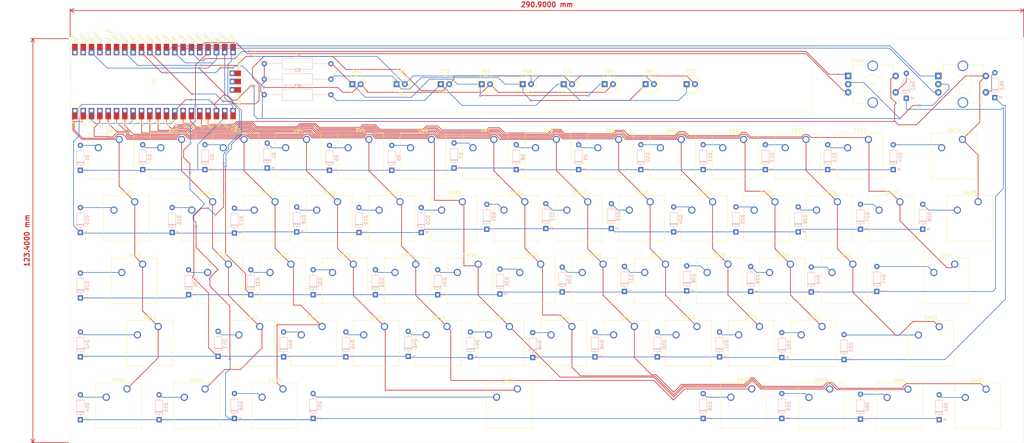
<source format=kicad_pcb>
(kicad_pcb (version 20241229) (generator "pcbnew") (generator_version "9.0")
  (layers (0 "F.Cu" signal) (2 "B.Cu" signal) (13 "F.Paste" user) (15 "B.Paste" user) (5 "F.SilkS" user "F.Silkscreen") (7 "B.SilkS" user "B.Silkscreen") (1 "F.Mask" user) (3 "B.Mask" user) (25 "Edge.Cuts" user))
  (net 0 "")
  (net 1 "row1")
  (net 2 "Net-(D1-A)")
  (net 3 "Net-(D2-A)")
  (net 4 "Net-(D3-A)")
  (net 5 "Net-(D4-A)")
  (net 6 "Net-(D5-A)")
  (net 7 "Net-(D6-A)")
  (net 8 "Net-(D7-A)")
  (net 9 "Net-(D8-A)")
  (net 10 "Net-(D9-A)")
  (net 11 "Net-(D10-A)")
  (net 12 "Net-(D11-A)")
  (net 13 "Net-(D12-A)")
  (net 14 "Net-(D13-A)")
  (net 15 "Net-(D14-A)")
  (net 16 "row2")
  (net 17 "Net-(D15-A)")
  (net 18 "Net-(D16-A)")
  (net 19 "Net-(D17-A)")
  (net 20 "Net-(D18-A)")
  (net 21 "Net-(D19-A)")
  (net 22 "Net-(D20-A)")
  (net 23 "Net-(D21-A)")
  (net 24 "Net-(D22-A)")
  (net 25 "Net-(D23-A)")
  (net 26 "Net-(D24-A)")
  (net 27 "Net-(D25-A)")
  (net 28 "Net-(D26-A)")
  (net 29 "Net-(D27-A)")
  (net 30 "Net-(D28-A)")
  (net 31 "row3")
  (net 32 "Net-(D29-A)")
  (net 33 "Net-(D30-A)")
  (net 34 "Net-(D31-A)")
  (net 35 "Net-(D32-A)")
  (net 36 "Net-(D33-A)")
  (net 37 "Net-(D34-A)")
  (net 38 "Net-(D35-A)")
  (net 39 "Net-(D36-A)")
  (net 40 "Net-(D37-A)")
  (net 41 "Net-(D38-A)")
  (net 42 "Net-(D39-A)")
  (net 43 "Net-(D40-A)")
  (net 44 "Net-(D41-A)")
  (net 45 "Net-(D42-A)")
  (net 46 "row4")
  (net 47 "Net-(D43-A)")
  (net 48 "Net-(D44-A)")
  (net 49 "Net-(D45-A)")
  (net 50 "Net-(D46-A)")
  (net 51 "Net-(D47-A)")
  (net 52 "Net-(D48-A)")
  (net 53 "Net-(D49-A)")
  (net 54 "Net-(D50-A)")
  (net 55 "Net-(D51-A)")
  (net 56 "Net-(D52-A)")
  (net 57 "Net-(D53-A)")
  (net 58 "Net-(D54-A)")
  (net 59 "row5")
  (net 60 "Net-(D55-A)")
  (net 61 "Net-(D56-A)")
  (net 62 "Net-(D57-A)")
  (net 63 "Net-(D58-A)")
  (net 64 "Net-(D59-A)")
  (net 65 "Net-(D60-A)")
  (net 66 "Net-(D61-A)")
  (net 67 "col1")
  (net 68 "col2")
  (net 69 "col3")
  (net 70 "col4")
  (net 71 "col5")
  (net 72 "col6")
  (net 73 "col7")
  (net 74 "col8")
  (net 75 "col9")
  (net 76 "col10")
  (net 77 "col11")
  (net 78 "col12")
  (net 79 "col13")
  (net 80 "col14")
  (net 81 "Net-(D62-A)")
  (net 85 "Net-(D63-A)")
  (net 87 "re2")
  (net 88 "re1")
  (net 91 "re3")
  (net 95 "GND")
  (net 96 "re4")
  (net 97 "red_anode")
  (net 99 "Net-(D64-K)")
  (net 101 "blue_anode")
  (net 107 "Net-(D67-K)")
  (net 108 "Net-(D70-K)")
  (net 109 "green_anode")
  (footprint "Button_Switch_Keyboard:SW_Cherry_MX_1.00u_PCB" (layer "F.Cu") (at 76.33125 123.02875)
    (property "Reference" "SW1")
    (property "Value" "SW_Push")
  )
  (footprint "Button_Switch_Keyboard:SW_Cherry_MX_1.00u_PCB" (layer "F.Cu") (at 204.91875 161.12875)
    (property "Reference" "SW35")
    (property "Value" "SW_Push")
  )
  (footprint "Button_Switch_Keyboard:SW_Cherry_MX_1.25u_PCB" (layer "F.Cu") (at 316.96975 199.3125)
    (property "Reference" "SW60")
    (property "Value" "SW_Push")
  )
  (footprint "Button_Switch_Keyboard:SW_Cherry_MX_1.00u_PCB" (layer "F.Cu") (at 214.45925 180.17875)
    (property "Reference" "SW48")
    (property "Value" "SW_Push")
  )
  (footprint "LED_THT:LED_D5.0mm" (layer "F.Cu") (at 174.46 106.15)
    (property "Reference" "D72")
    (property "Value" "LED_Small")
  )
  (footprint "Button_Switch_Keyboard:SW_Cherry_MX_1.00u_PCB" (layer "F.Cu") (at 104.84525 142.07875)
    (property "Reference" "SW16")
    (property "Value" "SW_Push")
  )
  (footprint "Button_Switch_Keyboard:SW_Cherry_MX_1.25u_PCB" (layer "F.Cu") (at 293.12875 199.2855)
    (property "Reference" "SW59")
    (property "Value" "SW_Push")
  )
  (footprint "Button_Switch_Keyboard:SW_Cherry_MX_1.00u_PCB" (layer "F.Cu") (at 119.19375 180.17875)
    (property "Reference" "SW43")
    (property "Value" "SW_Push")
  )
  (footprint "Button_Switch_Keyboard:SW_Cherry_MX_1.00u_PCB" (layer "F.Cu") (at 281.11875 161.12875)
    (property "Reference" "SW39")
    (property "Value" "SW_Push")
  )
  (footprint "Button_Switch_Keyboard:SW_Cherry_MX_1.00u_PCB" (layer "F.Cu") (at 304.93125 123.02875)
    (property "Reference" "SW13")
    (property "Value" "SW_Push")
  )
  (footprint "Button_Switch_Keyboard:SW_Cherry_MX_1.00u_PCB" (layer "F.Cu") (at 252.59225 180.17875)
    (property "Reference" "SW50")
    (property "Value" "SW_Push")
  )
  (footprint "LED_THT:LED_D5.0mm" (layer "F.Cu") (at 199.46 106.15)
    (property "Reference" "D68")
    (property "Value" "LED_Small")
  )
  (footprint "Button_Switch_Keyboard:SW_Cherry_MX_1.00u_PCB" (layer "F.Cu") (at 300.16875 161.12875)
    (property "Reference" "SW40")
    (property "Value" "SW_Push")
  )
  (footprint "LED_THT:LED_D5.0mm" (layer "F.Cu") (at 224.46 106.15)
    (property "Reference" "D64")
    (property "Value" "LED_Small")
  )
  (footprint "Button_Switch_Keyboard:SW_Cherry_MX_1.00u_PCB" (layer "F.Cu") (at 138.24375 180.17875)
    (property "Reference" "SW44")
    (property "Value" "SW_Push")
  )
  (footprint "Button_Switch_Keyboard:SW_Cherry_MX_1.00u_PCB" (layer "F.Cu") (at 228.73125 123.02875)
    (property "Reference" "SW9")
    (property "Value" "SW_Push")
  )
  (footprint "Button_Switch_Keyboard:SW_Cherry_MX_1.00u_PCB" (layer "F.Cu") (at 114.43125 123.02875)
    (property "Reference" "SW3")
    (property "Value" "SW_Push")
  )
  (footprint "LED_THT:LED_D5.0mm" (layer "F.Cu") (at 249.46 106.15)
    (property "Reference" "D70")
    (property "Value" "LED_Small")
  )
  (footprint "Button_Switch_Keyboard:SW_Cherry_MX_1.50u_PCB" (layer "F.Cu") (at 338.40125 142.07875)
    (property "Reference" "SW28")
    (property "Value" "SW_Push")
  )
  (footprint "Button_Switch_Keyboard:SW_Cherry_MX_2.25u_PCB" (layer "F.Cu") (at 88.2375 180.17875)
    (property "Reference" "SW42")
    (property "Value" "SW_Push")
  )
  (footprint "Button_Switch_Keyboard:SW_Cherry_MX_1.00u_PCB" (layer "F.Cu") (at 247.81825 123.02875)
    (property "Reference" "SW10")
    (property "Value" "SW_Push")
  )
  (footprint "Button_Switch_Keyboard:SW_Cherry_MX_1.75u_PCB" (layer "F.Cu") (at 83.475 161.12875)
    (property "Reference" "SW29")
    (property "Value" "SW_Push")
  )
  (footprint "Button_Switch_Keyboard:SW_Cherry_MX_1.00u_PCB" (layer "F.Cu") (at 262.06875 161.12875)
    (property "Reference" "SW38")
    (property "Value" "SW_Push")
  )
  (footprint "Button_Switch_Keyboard:SW_Cherry_MX_1.00u_PCB" (layer "F.Cu") (at 109.66875 161.12875)
    (property "Reference" "SW30")
    (property "Value" "SW_Push")
  )
  (footprint "Button_Switch_Keyboard:SW_Cherry_MX_1.00u_PCB" (layer "F.Cu") (at 171.58125 123.02875)
    (property "Reference" "SW6")
    (property "Value" "SW_Push")
  )
  (footprint "Button_Switch_Keyboard:SW_Cherry_MX_1.00u_PCB" (layer "F.Cu") (at 266.83125 123.02875)
    (property "Reference" "SW11")
    (property "Value" "SW_Push")
  )
  (footprint "Button_Switch_Keyboard:SW_Cherry_MX_2.00u_PCB" (layer "F.Cu") (at 333.61325 123.02875)
    (property "Reference" "SW14")
    (property "Value" "SW_Push")
  )
  (footprint "LED_THT:LED_D5.0mm" (layer "F.Cu") (at 186.96 106.15)
    (property "Reference" "D65")
    (property "Value" "LED_Small")
  )
  (footprint "Button_Switch_Keyboard:SW_Cherry_MX_1.00u_PCB" (layer "F.Cu") (at 233.52825 180.17875)
    (property "Reference" "SW49")
    (property "Value" "SW_Push")
  )
  (footprint "Button_Switch_Keyboard:SW_Cherry_MX_1.00u_PCB" (layer "F.Cu") (at 290.77325 180.17875)
    (property "Reference" "SW52")
    (property "Value" "SW_Push")
  )
  (footprint "Button_Switch_Keyboard:SW_Cherry_MX_1.25u_PCB" (layer "F.Cu") (at 340.82375 199.3135)
    (property "Reference" "SW61")
    (property "Value" "SW_Push")
  )
  (footprint "Button_Switch_Keyboard:SW_Cherry_MX_1.00u_PCB" (layer "F.Cu") (at 142.94525 142.07875)
    (property "Reference" "SW18")
    (property "Value" "SW_Push")
  )
  (footprint "Rotary_Encoder:RotaryEncoder_Alps_EC11E-Switch_Vertical_H20mm_CircularMountingHoles" (layer "F.Cu") (at 298.75 103.65)
    (property "Reference" "SW62")
    (property "Value" "RotaryEncoder_Switch" (hide yes))
  )
  (footprint "Button_Switch_Keyboard:SW_Cherry_MX_1.00u_PCB" (layer "F.Cu") (at 123.89525 142.07875)
    (property "Reference" "SW17")
    (property "Value" "SW_Push")
  )
  (footprint "Button_Switch_Keyboard:SW_Cherry_MX_1.00u_PCB" (layer "F.Cu") (at 176.34375 180.17875)
    (property "Reference" "SW46")
    (property "Value" "SW_Push")
  )
  (footprint "Button_Switch_Keyboard:SW_Cherry_MX_1.00u_PCB" (layer "F.Cu") (at 147.76875 161.12875)
    (property "Reference" "SW32")
    (property "Value" "SW_Push")
  )
  (footprint "Button_Switch_Keyboard:SW_Cherry_MX_1.00u_PCB" (layer "F.Cu") (at 243.01875 161.12875)
    (property "Reference" "SW37")
    (property "Value" "SW_Push")
  )
  (footprint "LED_THT:LED_D5.0mm" (layer "F.Cu") (at 211.96 106.15)
    (property "Reference" "D71")
    (property "Value" "LED_Small")
  )
  (footprint "Button_Switch_Keyboard:SW_Cherry_MX_1.00u_PCB" (layer "F.Cu") (at 200.09525 142.07875)
    (property "Reference" "SW21")
    (property "Value" "SW_Push")
  )
  (footprint "LED_THT:LED_D5.0mm" (layer "F.Cu") (at 147.46 106.15)
    (property "Reference" "D66")
    (property "Value" "LED_Small")
  )
  (footprint "Button_Switch_Keyboard:SW_Cherry_MX_1.00u_PCB" (layer "F.Cu") (at 223.96875 161.12875)
    (property "Reference" "SW36")
    (property "Value" "SW_Push")
  )
  (footprint "Button_Switch_Keyboard:SW_Cherry_MX_1.00u_PCB" (layer "F.Cu") (at 276.42125 142.07875)
    (property "Reference" "SW25")
    (property "Value" "SW_Push")
  )
  (footprint "Button_Switch_Keyboard:SW_Cherry_MX_1.00u_PCB" (layer "F.Cu") (at 314.53625 142.07875)
    (property "Reference" "SW27")
    (property "Value" "SW_Push")
  )
  (footprint "Button_Switch_Keyboard:SW_Cherry_MX_1.00u_PCB" (layer "F.Cu") (at 257.39125 142.07875)
    (property "Reference" "SW24")
    (property "Value" "SW_Push")
  )
  (footprint "Rotary_Encoder:RotaryEncoder_Alps_EC11E-Switch_Vertical_H20mm_CircularMountingHoles" (layer "F.Cu") (at 326.25 103.65)
    (property "Reference" "SW63" (hide yes))
    (property "Value" "RotaryEncoder_Switch" (hide yes))
  )
  (footprint "Button_Switch_Keyboard:SW_Cherry_MX_1.00u_PCB" (layer "F.Cu") (at 238.32125 142.07875)
    (property "Reference" "SW23")
    (property "Value" "SW_Push")
  )
  (footprint "pico:RPi_Pico_SMD_TH" (layer "F.Cu") (at 86.95 105.36 90)
    (property "Reference" "U1")
    (property "Value" "Pico" (hide yes))
  )
  (footprint "Button_Switch_Keyboard:SW_Cherry_MX_1.00u_PCB" (layer "F.Cu") (at 295.45125 142.07875)
    (property "Reference" "SW26")
    (property "Value" "SW_Push")
  )
  (footprint "Button_Switch_Keyboard:SW_Cherry_MX_1.00u_PCB" (layer "F.Cu") (at 128.71875 161.12875)
    (property "Reference" "SW31")
    (property "Value" "SW_Push")
  )
  (footprint "LED_THT:LED_D5.0mm" (layer "F.Cu") (at 160.96 106.15)
    (property "Reference" "D69")
    (property "Value" "LED_Small")
  )
  (footprint "Button_Switch_Keyboard:SW_Cherry_MX_1.00u_PCB" (layer "F.Cu") (at 157.29375 180.17875)
    (property "Reference" "SW45")
    (property "Value" "SW_Push")
  )
  (footprint "Button_Switch_Keyboard:SW_Cherry_MX_1.50u_PCB" (layer "F.Cu") (at 81.09375 142.07875)
    (property "Reference" "SW15")
    (property "Value" "SW_Push")
  )
  (footprint "Button_Switch_Keyboard:SW_Cherry_MX_1.00u_PCB" (layer "F.Cu") (at 185.86875 161.12875)
    (property "Reference" "SW34")
    (property "Value" "SW_Push")
  )
  (footprint "Button_Switch_Keyboard:SW_Cherry_MX_2.75u_PCB" (layer "F.Cu") (at 326.52925 180.23325)
    (property "Reference" "SW53")
    (property "Value" "SW_Push")
  )
  (footprint "Button_Switch_Keyboard:SW_Cherry_MX_1.00u_PCB" (layer "F.Cu") (at 133.48125 123.02875)
    (property "Reference" "SW4")
    (property "Value" "SW_Push")
  )
  (footprint "Button_Switch_Keyboard:SW_Cherry_MX_2.25u_PCB" (layer "F.Cu") (at 331.26425 161.12875)
    (property "Reference" "SW41")
    (property "Value" "SW_Push")
  )
  (footprint "Button_Switch_Keyboard:SW_Cherry_MX_1.00u_PCB" (layer "F.Cu") (at 181.04525 142.07875)
    (property "Reference" "SW20")
    (property "Value" "SW_Push")
  )
  (footprint "LED_THT:LED_D5.0mm" (layer "F.Cu") (at 236.96 106.15)
    (property "Reference" "D67")
    (property "Value" "LED_Small")
  )
  (footprint "Button_Switch_Keyboard:SW_Cherry_MX_1.25u_PCB" (layer "F.Cu") (at 78.73175 199.2285)
    (property "Reference" "SW54")
    (property "Value" "SW_Push")
  )
  (footprint "Button_Switch_Keyboard:SW_Cherry_MX_1.00u_PCB" (layer "F.Cu") (at 285.88125 123.02875)
    (property "Reference" "SW12")
    (property "Value" "SW_Push")
  )
  (footprint "Button_Switch_Keyboard:SW_Cherry_MX_1.00u_PCB" (layer "F.Cu") (at 95.38125 123.02875)
    (property "Reference" "SW2")
    (property "Value" "SW_Push")
  )
  (footprint "Button_Switch_Keyboard:SW_Cherry_MX_1.25u_PCB" (layer "F.Cu") (at 102.55575 199.2545)
    (property "Reference" "SW55")
    (property "Value" "SW_Push")
  )
  (footprint "Button_Switch_Keyboard:SW_Cherry_MX_1.00u_PCB" (layer "F.Cu") (at 161.99525 142.07875)
    (property "Reference" "SW19")
    (property "Value" "SW_Push")
  )
  (footprint "Button_Switch_Keyboard:SW_Cherry_MX_1.00u_PCB" (layer "F.Cu") (at 190.63125 123.02875)
    (property "Reference" "SW7")
    (property "Value" "SW_Push")
  )
  (footprint "Button_Switch_Keyboard:SW_Cherry_MX_1.00u_PCB" (layer "F.Cu") (at 152.53125 123.02875)
    (property "Reference" "SW5")
    (property "Value" "SW_Push")
  )
  (footprint "Button_Switch_Keyboard:SW_Cherry_MX_1.25u_PCB" (layer "F.Cu") (at 269.32275 199.2325)
    (property "Reference" "SW58")
    (property "Value" "SW_Push")
  )
  (footprint "Button_Switch_Keyboard:SW_Cherry_MX_1.00u_PCB" (layer "F.Cu") (at 209.70125 123.02875)
    (property "Reference" "SW8")
    (property "Value" "SW_Push")
  )
  (footprint "Button_Switch_Keyboard:SW_Cherry_MX_1.00u_PCB" (layer "F.Cu") (at 166.81875 161.12875)
    (property "Reference" "SW33")
    (property "Value" "SW_Push")
  )
  (footprint "Button_Switch_Keyboard:SW_Cherry_MX_1.00u_PCB" (layer "F.Cu") (at 195.40925 180.17875)
    (property "Reference" "SW47")
    (property "Value" "SW_Push")
  )
  (footprint "Button_Switch_Keyboard:SW_Cherry_MX_6.25u_PCB" (layer "F.Cu") (at 197.82375 199.2245)
    (property "Reference" "SW57")
    (property "Value" "SW_Push")
  )
  (footprint "Button_Switch_Keyboard:SW_Cherry_MX_1.25u_PCB" (layer "F.Cu") (at 126.30575 199.2415)
    (property "Reference" "SW56")
    (property "Value" "SW_Push")
  )
  (footprint "Button_Switch_Keyboard:SW_Cherry_MX_1.00u_PCB" (layer "F.Cu") (at 219.29125 142.07875)
    (property "Reference" "SW22")
    (property "Value" "SW_Push")
  )
  (footprint "Button_Switch_Keyboard:SW_Cherry_MX_1.00u_PCB" (layer "F.Cu") (at 271.68925 180.17875)
    (property "Reference" "SW51")
    (property "Value" "SW_Push")
  )
  (footprint "Diode_THT:D_DO-35_SOD27_P7.62mm_Horizontal" (layer "B.Cu") (at 164.5 189.27 90)
    (property "Reference" "D46")
    (property "Value" "1N4148")
  )
  (footprint "Diode_THT:D_DO-35_SOD27_P7.62mm_Horizontal" (layer "B.Cu") (at 235.5 132.27 90)
    (property "Reference" "D10")
    (property "Value" "1N4148")
  )
  (footprint "Diode_THT:D_DO-35_SOD27_P7.62mm_Horizontal" (layer "B.Cu") (at 135.5 208.27 90)
    (property "Reference" "D57")
    (property "Value" "1N4148")
  )
  (footprint "Diode_THT:D_DO-35_SOD27_P7.62mm_Horizontal" (layer "B.Cu") (at 192.5 170.27 90)
    (property "Reference" "D35")
    (property "Value" "1N4148")
  )
  (footprint "Diode_THT:D_DO-35_SOD27_P7.62mm_Horizontal" (layer "B.Cu") (at 216.5 132.27 90)
    (property "Reference" "D9")
    (property "Value" "1N4148")
  )
  (footprint "Diode_THT:D_DO-35_SOD27_P7.62mm_Horizontal" (layer "B.Cu") (at 302.5 150.46 90)
    (property "Reference" "D27")
    (property "Value" "1N4148")
  )
  (footprint "Diode_THT:D_DO-35_SOD27_P7.62mm_Horizontal" (layer "B.Cu") (at 126.5 189.46 90)
    (property "Reference" "D44")
    (property "Value" "1N4148")
  )
  (footprint "Diode_THT:D_DO-35_SOD27_P7.62mm_Horizontal" (layer "B.Cu") (at 149.5 151.46 90)
    (property "Reference" "D19")
    (property "Value" "1N4148")
  )
  (footprint "Diode_THT:D_DO-35_SOD27_P7.62mm_Horizontal" (layer "B.Cu") (at 197.5 132.27 90)
    (property "Reference" "D8")
    (property "Value" "1N4148")
  )
  (footprint "Diode_THT:D_DO-35_SOD27_P7.62mm_Horizontal" (layer "B.Cu") (at 140.5 132.46 90)
    (property "Reference" "D5")
    (property "Value" "1N4148")
  )
  (footprint "Diode_THT:D_DO-35_SOD27_P7.62mm_Horizontal" (layer "B.Cu") (at 188.5 150.46 90)
    (property "Reference" "D21")
    (property "Value" "1N4148")
  )
  (footprint "Diode_THT:D_DO-35_SOD27_P7.62mm_Horizontal" (layer "B.Cu") (at 135.5 170.46 90)
    (property "Reference" "D32")
    (property "Value" "1N4148")
  )
  (footprint "Diode_THT:D_DO-35_SOD27_P7.62mm_Horizontal" (layer "B.Cu") (at 83.5 132.27 90)
    (property "Reference" "D2")
    (property "Value" "1N4148")
  )
  (footprint "Diode_THT:D_DO-35_SOD27_P7.62mm_Horizontal" (layer "B.Cu") (at 102.5 132.27 90)
    (property "Reference" "D3")
    (property "Value" "1N4148")
  )
  (footprint "Diode_THT:D_DO-35_SOD27_P7.62mm_Horizontal" (layer "B.Cu") (at 178.5 131.76 90)
    (property "Reference" "D7")
    (property "Value" "1N4148")
  )
  (footprint "Diode_THT:D_DO-35_SOD27_P7.62mm_Horizontal" (layer "B.Cu") (at 230.5 169.46 90)
    (property "Reference" "D37")
    (property "Value" "1N4148")
  )
  (footprint "Diode_THT:D_DO-35_SOD27_P7.62mm_Horizontal" (layer "B.Cu") (at 97.5 170.46 90)
    (property "Reference" "D30")
    (property "Value" "1N4148")
  )
  (footprint "Diode_THT:D_DO-35_SOD27_P7.62mm_Horizontal" (layer "B.Cu") (at 312.5 132.27 90)
    (property "Reference" "D14")
    (property "Value" "1N4148")
  )
  (footprint "Diode_THT:D_DO-35_SOD27_P7.62mm_Horizontal" (layer "B.Cu") (at 316.5 110.46 90)
    (property "Reference" "D62")
    (property "Value" "1N4148")
  )
  (footprint "Resistor_THT:R_Axial_DIN0309_L9.0mm_D3.2mm_P20.32mm_Horizontal" (layer "B.Cu") (at 140.93 109.4 180)
    (property "Reference" "R3")
    (property "Value" "330Ω")
  )
  (footprint "Diode_THT:D_DO-35_SOD27_P7.62mm_Horizontal" (layer "B.Cu") (at 64.5 208.65 90)
    (property "Reference" "D54")
    (property "Value" "1N4148")
  )
  (footprint "Diode_THT:D_DO-35_SOD27_P7.62mm_Horizontal" (layer "B.Cu") (at 326.5 208.65 90)
    (property "Reference" "D61")
    (property "Value" "1N4148")
  )
  (footprint "Diode_THT:D_DO-35_SOD27_P7.62mm_Horizontal" (layer "B.Cu") (at 183.5 189.46 90)
    (property "Reference" "D47")
    (property "Value" "1N4148")
  )
  (footprint "Diode_THT:D_DO-35_SOD27_P7.62mm_Horizontal" (layer "B.Cu") (at 269 169.46 90)
    (property "Reference" "D39")
    (property "Value" "1N4148")
  )
  (footprint "Diode_THT:D_DO-35_SOD27_P7.62mm_Horizontal" (layer "B.Cu") (at 168.5 151.46 90)
    (property "Reference" "D20")
    (property "Value" "1N4148")
  )
  (footprint "Diode_THT:D_DO-35_SOD27_P7.62mm_Horizontal" (layer "B.Cu") (at 145.5 189.46 90)
    (property "Reference" "D45")
    (property "Value" "1N4148")
  )
  (footprint "Diode_THT:D_DO-35_SOD27_P7.62mm_Horizontal" (layer "B.Cu") (at 245.5 151.27 90)
    (property "Reference" "D24")
    (property "Value" "1N4148")
  )
  (footprint "Diode_THT:D_DO-35_SOD27_P7.62mm_Horizontal" (layer "B.Cu") (at 64.5 151.46 90)
    (property "Reference" "D15")
    (property "Value" "1N4148")
  )
  (footprint "Diode_THT:D_DO-35_SOD27_P7.62mm_Horizontal" (layer "B.Cu") (at 154.5 170.46 90)
    (property "Reference" "D33")
    (property "Value" "1N4148")
  )
  (footprint "Diode_THT:D_DO-35_SOD27_P7.62mm_Horizontal" (layer "B.Cu") (at 202.5 189.65 90)
    (property "Reference" "D48")
    (property "Value" "1N4148")
  )
  (footprint "Diode_THT:D_DO-35_SOD27_P7.62mm_Horizontal" (layer "B.Cu") (at 321.5 150.46 90)
    (property "Reference" "D28")
    (property "Value" "1N4148")
  )
  (footprint "Diode_THT:D_DO-35_SOD27_P7.62mm_Horizontal" (layer "B.Cu") (at 278.5 208.27 90)
    (property "Reference" "D59")
    (property "Value" "1N4148")
  )
  (footprint "Diode_THT:D_DO-35_SOD27_P7.62mm_Horizontal" (layer "B.Cu") (at 259.5 189.46 90)
    (property "Reference" "D51")
    (property "Value" "1N4148")
  )
  (footprint "Diode_THT:D_DO-35_SOD27_P7.62mm_Horizontal" (layer "B.Cu") (at 254.5 132.27 90)
    (property "Reference" "D11")
    (property "Value" "1N4148")
  )
  (footprint "Diode_THT:D_DO-35_SOD27_P7.62mm_Horizontal" (layer "B.Cu") (at 173.5 170.46 90)
    (property "Reference" "D34")
    (property "Value" "1N4148")
  )
  (footprint "Diode_THT:D_DO-35_SOD27_P7.62mm_Horizontal" (layer "B.Cu") (at 264.5 151.27 90)
    (property "Reference" "D25")
    (property "Value" "1N4148")
  )
  (footprint "Diode_THT:D_DO-35_SOD27_P7.62mm_Horizontal" (layer "B.Cu") (at 307.5 169.46 90)
    (property "Reference" "D41")
    (property "Value" "1N4148")
  )
  (footprint "Diode_THT:D_DO-35_SOD27_P7.62mm_Horizontal" (layer "B.Cu") (at 343.5 110.27 90)
    (property "Reference" "D63")
    (property "Value" "1N4148")
  )
  (footprint "Diode_THT:D_DO-35_SOD27_P7.62mm_Horizontal" (layer "B.Cu") (at 111.5 208.27 90)
    (property "Reference" "D56")
    (property "Value" "1N4148")
  )
  (footprint "Diode_THT:D_DO-35_SOD27_P7.62mm_Horizontal" (layer "B.Cu") (at 206.5 150.27 90)
    (property "Reference" "D22")
    (property "Value" "1N4148")
  )
  (footprint "Diode_THT:D_DO-35_SOD27_P7.62mm_Horizontal" (layer "B.Cu") (at 292.5 132.27 90)
    (property "Reference" "D13")
    (property "Value" "1N4148")
  )
  (footprint "Diode_THT:D_DO-35_SOD27_P7.62mm_Horizontal" (layer "B.Cu") (at 221.5 189.46 90)
    (property "Reference" "D49")
    (property "Value" "1N4148")
  )
  (footprint "Diode_THT:D_DO-35_SOD27_P7.62mm_Horizontal" (layer "B.Cu") (at 64.5 132.46 90)
    (property "Reference" "D1")
    (property "Value" "1N4148")
  )
  (footprint "Diode_THT:D_DO-35_SOD27_P7.62mm_Horizontal" (layer "B.Cu") (at 302.5 208.46 90)
    (property "Reference" "D60")
    (property "Value" "1N4148")
  )
  (footprint "Diode_THT:D_DO-35_SOD27_P7.62mm_Horizontal" (layer "B.Cu") (at 130.5 151.27 90)
    (property "Reference" "D18")
    (property "Value" "1N4148")
  )
  (footprint "Diode_THT:D_DO-35_SOD27_P7.62mm_Horizontal" (layer "B.Cu") (at 92.5 151.46 90)
    (property "Reference" "D16")
    (property "Value" "1N4148")
  )
  (footprint "Resistor_THT:R_Axial_DIN0309_L9.0mm_D3.2mm_P20.32mm_Horizontal" (layer "B.Cu") (at 140.93 104.65 180)
    (property "Reference" "R2")
    (property "Value" "330Ω")
  )
  (footprint "Diode_THT:D_DO-35_SOD27_P7.62mm_Horizontal" (layer "B.Cu") (at 254.5 208.27 90)
    (property "Reference" "D58")
    (property "Value" "1N4148")
  )
  (footprint "Diode_THT:D_DO-35_SOD27_P7.62mm_Horizontal" (layer "B.Cu") (at 211.5 169.65 90)
    (property "Reference" "D36")
    (property "Value" "1N4148")
  )
  (footprint "Diode_THT:D_DO-35_SOD27_P7.62mm_Horizontal" (layer "B.Cu") (at 226.5 150.27 90)
    (property "Reference" "D23")
    (property "Value" "1N4148")
  )
  (footprint "Diode_THT:D_DO-35_SOD27_P7.62mm_Horizontal" (layer "B.Cu") (at 159.5 132.46 90)
    (property "Reference" "D6")
    (property "Value" "1N4148")
  )
  (footprint "Diode_THT:D_DO-35_SOD27_P7.62mm_Horizontal" (layer "B.Cu") (at 116.5 170.46 90)
    (property "Reference" "D31")
    (property "Value" "1N4148")
  )
  (footprint "Diode_THT:D_DO-35_SOD27_P7.62mm_Horizontal" (layer "B.Cu") (at 273.5 132.27 90)
    (property "Reference" "D12")
    (property "Value" "1N4148")
  )
  (footprint "Diode_THT:D_DO-35_SOD27_P7.62mm_Horizontal" (layer "B.Cu") (at 64.5 189.46 90)
    (property "Reference" "D42")
    (property "Value" "1N4148")
  )
  (footprint "Diode_THT:D_DO-35_SOD27_P7.62mm_Horizontal" (layer "B.Cu") (at 121.5 131.76 90)
    (property "Reference" "D4")
    (property "Value" "1N4148")
  )
  (footprint "Diode_THT:D_DO-35_SOD27_P7.62mm_Horizontal" (layer "B.Cu") (at 240.5 189.46 90)
    (property "Reference" "D50")
    (property "Value" "1N4148")
  )
  (footprint "Diode_THT:D_DO-35_SOD27_P7.62mm_Horizontal" (layer "B.Cu") (at 249.5 169.27 90)
    (property "Reference" "D38")
    (property "Value" "1N4148")
  )
  (footprint "Diode_THT:D_DO-35_SOD27_P7.62mm_Horizontal" (layer "B.Cu") (at 64.5 171.46 90)
    (property "Reference" "D29")
    (property "Value" "1N4148")
  )
  (footprint "Diode_THT:D_DO-35_SOD27_P7.62mm_Horizontal" (layer "B.Cu") (at 278.5 189.65 90)
    (property "Reference" "D52")
    (property "Value" "1N4148")
  )
  (footprint "Diode_THT:D_DO-35_SOD27_P7.62mm_Horizontal" (layer "B.Cu") (at 88.5 208.65 90)
    (property "Reference" "D55")
    (property "Value" "1N4148")
  )
  (footprint "Diode_THT:D_DO-35_SOD27_P7.62mm_Horizontal" (layer "B.Cu") (at 283.5 151.27 90)
    (property "Reference" "D26")
    (property "Value" "1N4148")
  )
  (footprint "Diode_THT:D_DO-35_SOD27_P7.62mm_Horizontal" (layer "B.Cu") (at 111.5 151.65 90)
    (property "Reference" "D17")
    (property "Value" "1N4148")
  )
  (footprint "Diode_THT:D_DO-35_SOD27_P7.62mm_Horizontal" (layer "B.Cu") (at 106.5 189.27 90)
    (property "Reference" "D43")
    (property "Value" "1N4148")
  )
  (footprint "Diode_THT:D_DO-35_SOD27_P7.62mm_Horizontal" (layer "B.Cu") (at 287.5 169.65 90)
    (property "Reference" "D40")
    (property "Value" "1N4148")
  )
  (footprint "Diode_THT:D_DO-35_SOD27_P7.62mm_Horizontal" (layer "B.Cu") (at 297.5 190.27 90)
    (property "Reference" "D53")
    (property "Value" "1N4148")
  )
  (footprint "Resistor_THT:R_Axial_DIN0309_L9.0mm_D3.2mm_P20.32mm_Horizontal" (layer "B.Cu") (at 140.93 99.9 180)
    (property "Reference" "R1")
    (property "Value" "330Ω")
  )
  (gr_rect (start 117.75 94.65) (end 287.75 114.65) (stroke (width 0.1)) (fill no) (layer "F.SilkS"))
  (gr_rect (start 61.4 92.25) (end 352.3 215.65) (stroke (width 0.05)) (fill no) (layer "Edge.Cuts"))
  (dimension (type aligned) (layer "F.Cu") (pts (xy 61.4 92.25) (xy 61.4 215.65)) (height 11.4) (format (prefix "") (suffix "") (units 3) (units_format 1) (precision 4)) (style (thickness 0.2) (arrow_length 1.27) (text_position_mode 0) (arrow_direction outward) (extension_height 0.58642) (extension_offset 0.5) (keep_text_aligned yes)) (gr_text "123.4000 mm" (at 48.2 153.95 90) (layer "F.Cu") (effects (font (size 1.5 1.5) (thickness 0.3)))))
  (dimension (type aligned) (layer "F.Cu") (pts (xy 352.3 92.25) (xy 61.4 92.25)) (height 8.599999) (format (prefix "") (suffix "") (units 3) (units_format 1) (precision 4)) (style (thickness 0.2) (arrow_length 1.27) (text_position_mode 0) (arrow_direction outward) (extension_height 0.58642) (extension_offset 0.5) (keep_text_aligned yes)) (gr_text "290.9000 mm" (at 206.85 81.850001 0) (layer "F.Cu") (effects (font (size 1.5 1.5) (thickness 0.3)))))
  (segment (start 64.5 132.46) (end 83.31 132.46) (width 0.2) (layer "B.Cu") (net 1))
  (segment (start 197.5 132.27) (end 235.5 132.27) (width 0.2) (layer "B.Cu") (net 1))
  (segment (start 273.5 132.27) (end 312.5 132.27) (width 0.2) (layer "B.Cu") (net 1))
  (segment (start 83.5 132.27) (end 100.3 132.27) (width 0.2) (layer "B.Cu") (net 1))
  (segment (start 235.5 132.27) (end 273.5 132.27) (width 0.2) (layer "B.Cu") (net 1))
  (segment (start 140.5 132.46) (end 177.8 132.46) (width 0.2) (layer "B.Cu") (net 1))
  (segment (start 177.8 132.46) (end 178.5 131.76) (width 0.2) (layer "B.Cu") (net 1))
  (segment (start 100.3 132.27) (end 140.31 132.27) (width 0.2) (layer "B.Cu") (net 1))
  (segment (start 196.99 131.76) (end 197.5 132.27) (width 0.2) (layer "B.Cu") (net 1))
  (segment (start 178.5 131.76) (end 196.99 131.76) (width 0.2) (layer "B.Cu") (net 1))
  (segment (start 108.54 116.31) (end 108.54 114.25) (width 0.2) (layer "B.Cu") (net 1))
  (segment (start 83.31 132.46) (end 83.5 132.27) (width 0.2) (layer "B.Cu") (net 1))
  (segment (start 100.3 124.55) (end 108.54 116.31) (width 0.2) (layer "B.Cu") (net 1))
  (segment (start 100.3 132.27) (end 100.3 124.55) (width 0.2) (layer "B.Cu") (net 1))
  (segment (start 140.31 132.27) (end 140.5 132.46) (width 0.2) (layer "B.Cu") (net 1))
  (segment (start 69.2525 124.84) (end 69.98125 125.56875) (width 0.2) (layer "B.Cu") (net 2))
  (segment (start 64.5 124.84) (end 69.2525 124.84) (width 0.2) (layer "B.Cu") (net 2))
  (segment (start 89.03125 125.56875) (end 84.41875 125.56875) (width 0.2) (layer "B.Cu") (net 3))
  (segment (start 84.41875 125.56875) (end 83.5 124.65) (width 0.2) (layer "B.Cu") (net 3))
  (segment (start 108.08125 125.56875) (end 107.1625 124.65) (width 0.2) (layer "B.Cu") (net 4))
  (segment (start 107.1625 124.65) (end 102.5 124.65) (width 0.2) (layer "B.Cu") (net 4))
  (segment (start 127.13125 125.56875) (end 122.92875 125.56875) (width 0.2) (layer "B.Cu") (net 5))
  (segment (start 122.92875 125.56875) (end 121.5 124.14) (width 0.2) (layer "B.Cu") (net 5))
  (segment (start 141.22875 125.56875) (end 140.5 124.84) (width 0.2) (layer "B.Cu") (net 6))
  (segment (start 146.18125 125.56875) (end 141.22875 125.56875) (width 0.2) (layer "B.Cu") (net 6))
  (segment (start 165.23125 125.56875) (end 164.5025 124.84) (width 0.2) (layer "B.Cu") (net 7))
  (segment (start 164.5025 124.84) (end 159.5 124.84) (width 0.2) (layer "B.Cu") (net 7))
  (segment (start 182.8525 124.14) (end 184.28125 125.56875) (width 0.2) (layer "B.Cu") (net 8))
  (segment (start 178.5 124.14) (end 182.8525 124.14) (width 0.2) (layer "B.Cu") (net 8))
  (segment (start 203.35125 125.56875) (end 198.41875 125.56875) (width 0.2) (layer "B.Cu") (net 9))
  (segment (start 198.41875 125.56875) (end 197.5 124.65) (width 0.2) (layer "B.Cu") (net 9))
  (segment (start 217.41875 125.56875) (end 216.5 124.65) (width 0.2) (layer "B.Cu") (net 10))
  (segment (start 222.38125 125.56875) (end 217.41875 125.56875) (width 0.2) (layer "B.Cu") (net 10))
  (segment (start 241.46825 125.56875) (end 240.5495 124.65) (width 0.2) (layer "B.Cu") (net 11))
  (segment (start 240.5495 124.65) (end 235.5 124.65) (width 0.2) (layer "B.Cu") (net 11))
  (segment (start 254.5 124.65) (end 259.5625 124.65) (width 0.2) (layer "B.Cu") (net 12))
  (segment (start 259.5625 124.65) (end 260.48125 125.56875) (width 0.2) (layer "B.Cu") (net 12))
  (segment (start 278.6125 124.65) (end 273.5 124.65) (width 0.2) (layer "B.Cu") (net 13))
  (segment (start 279.53125 125.56875) (end 278.6125 124.65) (width 0.2) (layer "B.Cu") (net 13))
  (segment (start 293.41875 125.56875) (end 292.5 124.65) (width 0.2) (layer "B.Cu") (net 14))
  (segment (start 298.58125 125.56875) (end 293.41875 125.56875) (width 0.2) (layer "B.Cu") (net 14))
  (segment (start 312.5 124.65) (end 326.3445 124.65) (width 0.2) (layer "B.Cu") (net 15))
  (segment (start 326.3445 124.65) (end 327.26325 125.56875) (width 0.2) (layer "B.Cu") (net 15))
  (segment (start 111.88 151.27) (end 111.5 151.65) (width 0.2) (layer "B.Cu") (net 16))
  (segment (start 188.69 150.27) (end 188.5 150.46) (width 0.2) (layer "B.Cu") (net 16))
  (segment (start 227.5 151.27) (end 226.5 150.27) (width 0.2) (layer "B.Cu") (net 16))
  (segment (start 62.4 123.65) (end 62.4 149.36) (width 0.2) (layer "B.Cu") (net 16))
  (segment (start 111.5 151.65) (end 64.69 151.65) (width 0.2) (layer "B.Cu") (net 16))
  (segment (start 169.5 150.46) (end 168.5 151.46) (width 0.2) (layer "B.Cu") (net 16))
  (segment (start 226.5 150.27) (end 188.69 150.27) (width 0.2) (layer "B.Cu") (net 16))
  (segment (start 168.5 151.46) (end 130.69 151.46) (width 0.2) (layer "B.Cu") (net 16))
  (segment (start 284.31 150.46) (end 283.5 151.27) (width 0.2) (layer "B.Cu") (net 16))
  (segment (start 65 112.35) (end 64.1 113.25) (width 0.2) (layer "B.Cu") (net 16))
  (segment (start 283.5 151.27) (end 227.5 151.27) (width 0.2) (layer "B.Cu") (net 16))
  (segment (start 130.69 151.46) (end 130.5 151.27) (width 0.2) (layer "B.Cu") (net 16))
  (segment (start 64.1 121.95) (end 62.4 123.65) (width 0.2) (layer "B.Cu") (net 16))
  (segment (start 188.5 150.46) (end 169.5 150.46) (width 0.2) (layer "B.Cu") (net 16))
  (segment (start 321.5 150.46) (end 284.31 150.46) (width 0.2) (layer "B.Cu") (net 16))
  (segment (start 62.4 149.36) (end 64.5 151.46) (width 0.2) (layer "B.Cu") (net 16))
  (segment (start 111.08 114.25) (end 110.9 114.07) (width 0.2) (layer "B.Cu") (net 16))
  (segment (start 110.5 112.35) (end 65 112.35) (width 0.2) (layer "B.Cu") (net 16))
  (segment (start 110.9 112.75) (end 110.5 112.35) (width 0.2) (layer "B.Cu") (net 16))
  (segment (start 64.69 151.65) (end 64.5 151.46) (width 0.2) (layer "B.Cu") (net 16))
  (segment (start 110.9 114.07) (end 110.9 112.75) (width 0.2) (layer "B.Cu") (net 16))
  (segment (start 64.1 113.25) (end 64.1 121.95) (width 0.2) (layer "B.Cu") (net 16))
  (segment (start 130.5 151.27) (end 111.88 151.27) (width 0.2) (layer "B.Cu") (net 16))
  (segment (start 64.5 143.84) (end 73.965 143.84) (width 0.2) (layer "B.Cu") (net 17))
  (segment (start 73.965 143.84) (end 74.74375 144.61875) (width 0.2) (layer "B.Cu") (net 17))
  (segment (start 97.7165 143.84) (end 92.5 143.84) (width 0.2) (layer "B.Cu") (net 18))
  (segment (start 98.49525 144.61875) (end 97.7165 143.84) (width 0.2) (layer "B.Cu") (net 18))
  (segment (start 112.08875 144.61875) (end 111.5 144.03) (width 0.2) (layer "B.Cu") (net 19))
  (segment (start 117.54525 144.61875) (end 112.08875 144.61875) (width 0.2) (layer "B.Cu") (net 19))
  (segment (start 136.59525 144.61875) (end 131.46875 144.61875) (width 0.2) (layer "B.Cu") (net 20))
  (segment (start 131.46875 144.61875) (end 130.5 143.65) (width 0.2) (layer "B.Cu") (net 20))
  (segment (start 150.27875 144.61875) (end 149.5 143.84) (width 0.2) (layer "B.Cu") (net 21))
  (segment (start 155.64525 144.61875) (end 150.27875 144.61875) (width 0.2) (layer "B.Cu") (net 21))
  (segment (start 169.27875 144.61875) (end 168.5 143.84) (width 0.2) (layer "B.Cu") (net 22))
  (segment (start 174.69525 144.61875) (end 169.27875 144.61875) (width 0.2) (layer "B.Cu") (net 22))
  (segment (start 191.9665 142.84) (end 193.74525 144.61875) (width 0.2) (layer "B.Cu") (net 23))
  (segment (start 188.5 142.84) (end 191.9665 142.84) (width 0.2) (layer "B.Cu") (net 23))
  (segment (start 212.94125 144.61875) (end 208.46875 144.61875) (width 0.2) (layer "B.Cu") (net 24))
  (segment (start 208.46875 144.61875) (end 206.5 142.65) (width 0.2) (layer "B.Cu") (net 24))
  (segment (start 231.97125 144.61875) (end 228.46875 144.61875) (width 0.2) (layer "B.Cu") (net 25))
  (segment (start 228.46875 144.61875) (end 226.5 142.65) (width 0.2) (layer "B.Cu") (net 25))
  (segment (start 250.0725 143.65) (end 245.5 143.65) (width 0.2) (layer "B.Cu") (net 26))
  (segment (start 251.04125 144.61875) (end 250.0725 143.65) (width 0.2) (layer "B.Cu") (net 26))
  (segment (start 269.1025 143.65) (end 270.07125 144.61875) (width 0.2) (layer "B.Cu") (net 27))
  (segment (start 264.5 143.65) (end 269.1025 143.65) (width 0.2) (layer "B.Cu") (net 27))
  (segment (start 289.10125 144.61875) (end 284.46875 144.61875) (width 0.2) (layer "B.Cu") (net 28))
  (segment (start 284.46875 144.61875) (end 283.5 143.65) (width 0.2) (layer "B.Cu") (net 28))
  (segment (start 302.5 142.84) (end 306.4075 142.84) (width 0.2) (layer "B.Cu") (net 29))
  (segment (start 306.4075 142.84) (end 308.18625 144.61875) (width 0.2) (layer "B.Cu") (net 29))
  (segment (start 323.27875 144.61875) (end 332.05125 144.61875) (width 0.2) (layer "B.Cu") (net 30))
  (segment (start 321.5 142.84) (end 323.27875 144.61875) (width 0.2) (layer "B.Cu") (net 30))
  (segment (start 108.8 131.25) (end 108.8 157.95) (width 0.2) (layer "F.Cu") (net 31))
  (segment (start 114.9 168.86) (end 116.5 170.46) (width 0.2) (layer "F.Cu") (net 31))
  (segment (start 114.9 164.05) (end 114.9 168.86) (width 0.2) (layer "F.Cu") (net 31))
  (segment (start 108.8 157.95) (end 114.9 164.05) (width 0.2) (layer "F.Cu") (net 31))
  (via (at 108.8 131.25) (size 0.6) (drill 0.3) (layers "F.Cu" "B.Cu") (net 31))
  (segment (start 108.9 131.15) (end 108.9 127.55) (width 0.2) (layer "B.Cu") (net 31))
  (segment (start 316.5 113.85) (end 316.5 110.46) (width 0.2) (layer "B.Cu") (net 31))
  (segment (start 307.5 169.46) (end 342.89 169.46) (width 0.2) (layer "B.Cu") (net 31))
  (segment (start 109.5 100.15) (end 110.6 99.05) (width 0.2) (layer "B.Cu") (net 31))
  (segment (start 342.89 169.46) (end 343.7 168.65) (width 0.2) (layer "B.Cu") (net 31))
  (segment (start 108.9 127.55) (end 110.6 125.85) (width 0.2) (layer "B.Cu") (net 31))
  (segment (start 110.6 124.55) (end 113.6 121.55) (width 0.2) (layer "B.Cu") (net 31))
  (segment (start 345.5 113.85) (end 316.5 113.85) (width 0.2) (layer "B.Cu") (net 31))
  (segment (start 110.6 96.95) (end 111.08 96.47) (width 0.2) (layer "B.Cu") (net 31))
  (segment (start 97.5 170.46) (end 192.31 170.46) (width 0.2) (layer "B.Cu") (net 31))
  (segment (start 96.5 171.46) (end 97.5 170.46) (width 0.2) (layer "B.Cu") (net 31))
  (segment (start 346.1 113.25) (end 345.5 113.85) (width 0.2) (layer "B.Cu") (net 31))
  (segment (start 343.7 140.45) (end 346.1 138.05) (width 0.2) (layer "B.Cu") (net 31))
  (segment (start 192.5 170.27) (end 193.12 169.65) (width 0.2) (layer "B.Cu") (net 31))
  (segment (start 110.6 99.05) (end 110.6 96.95) (width 0.2) (layer "B.Cu") (net 31))
  (segment (start 108.8 131.25) (end 108.9 131.15) (width 0.2) (layer "B.Cu") (net 31))
  (segment (start 193.12 169.65) (end 211.5 169.65) (width 0.2) (layer "B.Cu") (net 31))
  (segment (start 113.6 114.15) (end 109.5 110.05) (width 0.2) (layer "B.Cu") (net 31))
  (segment (start 346.1 138.05) (end 346.1 113.25) (width 0.2) (layer "B.Cu") (net 31))
  (segment (start 64.5 171.46) (end 96.5 171.46) (width 0.2) (layer "B.Cu") (net 31))
  (segment (start 343.7 168.65) (end 343.7 140.45) (width 0.2) (layer "B.Cu") (net 31))
  (segment (start 110.6 125.85) (end 110.6 124.55) (width 0.2) (layer "B.Cu") (net 31))
  (segment (start 307.31 169.65) (end 307.5 169.46) (width 0.2) (layer "B.Cu") (net 31))
  (segment (start 109.5 110.05) (end 109.5 100.15) (width 0.2) (layer "B.Cu") (net 31))
  (segment (start 211.5 169.65) (end 307.31 169.65) (width 0.2) (layer "B.Cu") (net 31))
  (segment (start 113.6 121.55) (end 113.6 114.15) (width 0.2) (layer "B.Cu") (net 31))
  (segment (start 192.31 170.46) (end 192.5 170.27) (width 0.2) (layer "B.Cu") (net 31))
  (segment (start 64.67125 163.66875) (end 64.5 163.84) (width 0.2) (layer "B.Cu") (net 32))
  (segment (start 77.125 163.66875) (end 64.67125 163.66875) (width 0.2) (layer "B.Cu") (net 32))
  (segment (start 98.32875 163.66875) (end 97.5 162.84) (width 0.2) (layer "B.Cu") (net 33))
  (segment (start 103.31875 163.66875) (end 98.32875 163.66875) (width 0.2) (layer "B.Cu") (net 33))
  (segment (start 117.32875 163.66875) (end 116.5 162.84) (width 0.2) (layer "B.Cu") (net 34))
  (segment (start 122.36875 163.66875) (end 117.32875 163.66875) (width 0.2) (layer "B.Cu") (net 34))
  (segment (start 135.5 162.84) (end 140.59 162.84) (width 0.2) (layer "B.Cu") (net 35))
  (segment (start 140.59 162.84) (end 141.41875 163.66875) (width 0.2) (layer "B.Cu") (net 35))
  (segment (start 155.32875 163.66875) (end 154.5 162.84) (width 0.2) (layer "B.Cu") (net 36))
  (segment (start 160.46875 163.66875) (end 155.32875 163.66875) (width 0.2) (layer "B.Cu") (net 36))
  (segment (start 179.51875 163.66875) (end 174.32875 163.66875) (width 0.2) (layer "B.Cu") (net 37))
  (segment (start 174.32875 163.66875) (end 173.5 162.84) (width 0.2) (layer "B.Cu") (net 37))
  (segment (start 192.5 162.65) (end 197.55 162.65) (width 0.2) (layer "B.Cu") (net 38))
  (segment (start 197.55 162.65) (end 198.56875 163.66875) (width 0.2) (layer "B.Cu") (net 38))
  (segment (start 217.61875 163.66875) (end 213.13875 163.66875) (width 0.2) (layer "B.Cu") (net 39))
  (segment (start 213.13875 163.66875) (end 211.5 162.03) (width 0.2) (layer "B.Cu") (net 39))
  (segment (start 236.66875 163.66875) (end 232.32875 163.66875) (width 0.2) (layer "B.Cu") (net 40))
  (segment (start 232.32875 163.66875) (end 230.5 161.84) (width 0.2) (layer "B.Cu") (net 40))
  (segment (start 255.71875 163.66875) (end 253.7 161.65) (width 0.2) (layer "B.Cu") (net 41))
  (segment (start 253.7 161.65) (end 249.5 161.65) (width 0.2) (layer "B.Cu") (net 41))
  (segment (start 270.82875 163.66875) (end 274.76875 163.66875) (width 0.2) (layer "B.Cu") (net 42))
  (segment (start 269 161.84) (end 270.82875 163.66875) (width 0.2) (layer "B.Cu") (net 42))
  (segment (start 293.81875 163.66875) (end 292.18 162.03) (width 0.2) (layer "B.Cu") (net 43))
  (segment (start 292.18 162.03) (end 287.5 162.03) (width 0.2) (layer "B.Cu") (net 43))
  (segment (start 307.5 161.84) (end 323.0855 161.84) (width 0.2) (layer "B.Cu") (net 44))
  (segment (start 323.0855 161.84) (end 324.91425 163.66875) (width 0.2) (layer "B.Cu") (net 44))
  (segment (start 65.37875 182.71875) (end 64.5 181.84) (width 0.2) (layer "B.Cu") (net 45))
  (segment (start 81.8875 182.71875) (end 65.37875 182.71875) (width 0.2) (layer "B.Cu") (net 45))
  (segment (start 99.1 146.35) (end 101.4 144.05) (width 0.2) (layer "F.Cu") (net 46))
  (segment (start 101.4 144.05) (end 103.4 144.05) (width 0.2) (layer "F.Cu") (net 46))
  (segment (start 108.2 130.25) (end 108.2 143.65) (width 0.2) (layer "F.Cu") (net 46))
  (segment (start 106.22 189.27) (end 103.6 186.65) (width 0.2) (layer "F.Cu") (net 46))
  (segment (start 99.1 164.65) (end 99.1 146.35) (width 0.2) (layer "F.Cu") (net 46))
  (segment (start 106.5 189.27) (end 106.22 189.27) (width 0.2) (layer "F.Cu") (net 46))
  (segment (start 108.2 143.65) (end 105.7 146.15) (width 0.2) (layer "F.Cu") (net 46))
  (segment (start 103.6 169.95) (end 98.7 165.05) (width 0.2) (layer "F.Cu") (net 46))
  (segment (start 103.6 186.65) (end 103.6 169.95) (width 0.2) (layer "F.Cu") (net 46))
  (segment (start 98.7 165.05) (end 99.1 164.65) (width 0.2) (layer "F.Cu") (net 46))
  (via (at 103.4 144.05) (size 0.6) (drill 0.3) (layers "F.Cu" "B.Cu") (net 46))
  (via (at 108.2 130.25) (size 0.6) (drill 0.3) (layers "F.Cu" "B.Cu") (net 46))
  (via (at 105.7 146.15) (size 0.6) (drill 0.3) (layers "F.Cu" "B.Cu") (net 46))
  (segment (start 109.7 125.95) (end 108.5 127.15) (width 0.2) (layer "B.Cu") (net 46))
  (segment (start 113 121.35) (end 109.6 124.75) (width 0.2) (layer "B.Cu") (net 46))
  (segment (start 297.5 190.27) (end 328.28 190.27) (width 0.2) (layer "B.Cu") (net 46))
  (segment (start 164.5 189.27) (end 106.5 189.27) (width 0.2) (layer "B.Cu") (net 46))
  (segment (start 110.8 111.95) (end 113 114.15) (width 0.2) (layer "B.Cu") (net 46))
  (segment (start 202.5 189.65) (end 164.88 189.65) (width 0.2) (layer "B.Cu") (net 46))
  (segment (start 328.28 190.27) (end 346.7 171.85) (width 0.2) (layer "B.Cu") (net 46))
  (segment (start 108.54 96.47) (end 108.54 110.29) (width 0.2) (layer "B.Cu") (net 46))
  (segment (start 109.6 124.75) (end 109.6 125.85) (width 0.2) (layer "B.Cu") (net 46))
  (segment (start 343.5 110.27) (end 345.88 112.65) (width 0.2) (layer "B.Cu") (net 46))
  (segment (start 110.2 111.95) (end 110.8 111.95) (width 0.2) (layer "B.Cu") (net 46))
  (segment (start 259.5 189.46) (end 240.5 189.46) (width 0.2) (layer "B.Cu") (net 46))
  (segment (start 278.5 189.65) (end 259.69 189.65) (width 0.2) (layer "B.Cu") (net 46))
  (segment (start 346.7 171.85) (end 346.7 112.65) (width 0.2) (layer "B.Cu") (net 46))
  (segment (start 240.5 189.46) (end 202.69 189.46) (width 0.2) (layer "B.Cu") (net 46))
  (segment (start 164.88 189.65) (end 164.5 189.27) (width 0.2) (layer "B.Cu") (net 46))
  (segment (start 113 114.15) (end 113 121.35) (width 0.2) (layer "B.Cu") (net 46))
  (segment (start 202.69 189.46) (end 202.5 189.65) (width 0.2) (layer "B.Cu") (net 46))
  (segment (start 297.5 190.27) (end 279.12 190.27) (width 0.2) (layer "B.Cu") (net 46))
  (segment (start 64.69 189.27) (end 64.5 189.46) (width 0.2) (layer "B.Cu") (net 46))
  (segment (start 346.7 112.65) (end 345.88 112.65) (width 0.2) (layer "B.Cu") (net 46))
  (segment (start 108.5 127.25) (end 108.2 127.55) (width 0.2) (layer "B.Cu") (net 46))
  (segment (start 259.69 189.65) (end 259.5 189.46) (width 0.2) (layer "B.Cu") (net 46))
  (segment (start 109.6 125.85) (end 109.7 125.95) (width 0.2) (layer "B.Cu") (net 46))
  (segment (start 279.12 190.27) (end 278.5 189.65) (width 0.2) (layer "B.Cu") (net 46))
  (segment (start 108.54 110.29) (end 110.2 111.95) (width 0.2) (layer "B.Cu") (net 46))
  (segment (start 103.4 144.05) (end 103.6 144.05) (width 0.2) (layer "B.Cu") (net 46))
  (segment (start 106.5 189.27) (end 64.69 189.27) (width 0.2) (layer "B.Cu") (net 46))
  (segment (start 108.5 127.15) (end 108.5 127.25) (width 0.2) (layer "B.Cu") (net 46))
  (segment (start 103.6 144.05) (end 105.7 146.15) (width 0.2) (layer "B.Cu") (net 46))
  (segment (start 108.2 127.55) (end 108.2 130.25) (width 0.2) (layer "B.Cu") (net 46))
  (segment (start 107.56875 182.71875) (end 106.5 181.65) (width 0.2) (layer "B.Cu") (net 47))
  (segment (start 112.84375 182.71875) (end 107.56875 182.71875) (width 0.2) (layer "B.Cu") (net 47))
  (segment (start 131.89375 182.71875) (end 131.015 181.84) (width 0.2) (layer "B.Cu") (net 48))
  (segment (start 131.015 181.84) (end 126.5 181.84) (width 0.2) (layer "B.Cu") (net 48))
  (segment (start 146.37875 182.71875) (end 145.5 181.84) (width 0.2) (layer "B.Cu") (net 49))
  (segment (start 150.94375 182.71875) (end 146.37875 182.71875) (width 0.2) (layer "B.Cu") (net 49))
  (segment (start 169.99375 182.71875) (end 165.56875 182.71875) (width 0.2) (layer "B.Cu") (net 50))
  (segment (start 165.56875 182.71875) (end 164.5 181.65) (width 0.2) (layer "B.Cu") (net 50))
  (segment (start 188.1805 181.84) (end 183.5 181.84) (width 0.2) (layer "B.Cu") (net 51))
  (segment (start 189.05925 182.71875) (end 188.1805 181.84) (width 0.2) (layer "B.Cu") (net 51))
  (segment (start 207.4205 182.03) (end 202.5 182.03) (width 0.2) (layer "B.Cu") (net 52))
  (segment (start 208.10925 182.71875) (end 207.4205 182.03) (width 0.2) (layer "B.Cu") (net 52))
  (segment (start 222.37875 182.71875) (end 227.17825 182.71875) (width 0.2) (layer "B.Cu") (net 53))
  (segment (start 221.5 181.84) (end 222.37875 182.71875) (width 0.2) (layer "B.Cu") (net 53))
  (segment (start 241.37875 182.71875) (end 240.5 181.84) (width 0.2) (layer "B.Cu") (net 54))
  (segment (start 246.24225 182.71875) (end 241.37875 182.71875) (width 0.2) (layer "B.Cu") (net 54))
  (segment (start 260.37875 182.71875) (end 259.5 181.84) (width 0.2) (layer "B.Cu") (net 55))
  (segment (start 265.33925 182.71875) (end 260.37875 182.71875) (width 0.2) (layer "B.Cu") (net 55))
  (segment (start 283.7345 182.03) (end 284.42325 182.71875) (width 0.2) (layer "B.Cu") (net 56))
  (segment (start 278.5 182.03) (end 283.7345 182.03) (width 0.2) (layer "B.Cu") (net 56))
  (segment (start 297.62325 182.77325) (end 297.5 182.65) (width 0.2) (layer "B.Cu") (net 57))
  (segment (start 320.17925 182.77325) (end 297.62325 182.77325) (width 0.2) (layer "B.Cu") (net 57))
  (segment (start 65.2385 201.7685) (end 64.5 201.03) (width 0.2) (layer "B.Cu") (net 58))
  (segment (start 72.38175 201.7685) (end 65.2385 201.7685) (width 0.2) (layer "B.Cu") (net 58))
  (segment (start 99.6 100.33) (end 103.46 96.47) (width 0.2) (layer "F.Cu") (net 59))
  (segment (start 104 167.85) (end 104 165.25) (width 0.2) (layer "F.Cu") (net 59))
  (segment (start 99.8 156.05) (end 99.8 149.65) (width 0.2) (layer "F.Cu") (net 59))
  (segment (start 99.6 112.95) (end 99.6 100.33) (width 0.2) (layer "F.Cu") (net 59))
  (segment (start 96 128.55) (end 96 126.35) (width 0.2) (layer "F.Cu") (net 59))
  (segment (start 96 126.35) (end 98.1 124.25) (width 0.2) (layer "F.Cu") (net 59))
  (segment (start 110.1 173.95) (end 104 167.85) (width 0.2) (layer "F.Cu") (net 59))
  (segment (start 97.9 133.25) (end 97.9 130.45) (width 0.2) (layer "F.Cu") (net 59))
  (segment (start 97.9 130.45) (end 96 128.55) (width 0.2) (layer "F.Cu") (net 59))
  (segment (start 104 165.25) (end 106.5 162.75) (width 0.2) (layer "F.Cu") (net 59))
  (segment (start 106.5 162.75) (end 99.8 156.05) (width 0.2) (layer "F.Cu") (net 59))
  (segment (start 110.1 190.15) (end 110.1 173.95) (width 0.2) (layer "F.Cu") (net 59))
  (via (at 110.1 190.15) (size 0.6) (drill 0.3) (layers "F.Cu" "B.Cu") (net 59))
  (via (at 99.8 149.65) (size 0.6) (drill 0.3) (layers "F.Cu" "B.Cu") (net 59))
  (via (at 97.9 133.25) (size 0.6) (drill 0.3) (layers "F.Cu" "B.Cu") (net 59))
  (via (at 99.6 112.95) (size 0.6) (drill 0.3) (layers "F.Cu" "B.Cu") (net 59))
  (via (at 98.1 124.25) (size 0.6) (drill 0.3) (layers "F.Cu" "B.Cu") (net 59))
  (segment (start 108.8 194.45) (end 110.2 193.05) (width 0.2) (layer "B.Cu") (net 59))
  (segment (start 110.7 208.65) (end 135.12 208.65) (width 0.2) (layer "B.Cu") (net 59))
  (segment (start 98.9 147.55) (end 98.9 146.25) (width 0.2) (layer "B.Cu") (net 59))
  (segment (start 110.2 193.05) (end 110.2 190.25) (width 0.2) (layer "B.Cu") (net 59))
  (segment (start 64.5 208.65) (end 135.12 208.65) (width 0.2) (layer "B.Cu") (net 59))
  (segment (start 111.5 208.27) (end 111.12 208.65) (width 0.2) (layer "B.Cu") (net 59))
  (segment (start 254.5 208.27) (end 326.12 208.27) (width 0.2) (layer "B.Cu") (net 59))
  (segment (start 110.7 208.65) (end 88.5 208.65) (width 0.2) (layer "B.Cu") (net 59))
  (segment (start 99.8 148.45) (end 98.9 147.55) (width 0.2) (layer "B.Cu") (net 59))
  (segment (start 102.4 142.75) (end 97.9 138.25) (width 0.2) (layer "B.Cu") (net 59))
  (segment (start 326.12 208.27) (end 326.5 208.65) (width 0.2) (layer "B.Cu") (net 59))
  (segment (start 98.1 118.95) (end 99.6 117.45) (width 0.2) (layer "B.Cu") (net 59))
  (segment (start 98.1 124.25) (end 98.1 118.95) (width 0.2) (layer "B.Cu") (net 59))
  (segment (start 111.5 208.27) (end 109.72 208.27) (width 0.2) (layer "B.Cu") (net 59))
  (segment (start 108.8 207.35) (end 108.8 194.45) (width 0.2) (layer "B.Cu") (net 59))
  (segment (start 135.5 208.27) (end 254.5 208.27) (width 0.2) (layer "B.Cu") (net 59))
  (segment (start 97.9 138.25) (end 97.9 133.25) (width 0.2) (layer "B.Cu") (net 59))
  (segment (start 111.12 208.65) (end 110.7 208.65) (width 0.2) (layer "B.Cu") (net 59))
  (segment (start 99.8 149.65) (end 99.8 148.45) (width 0.2) (layer "B.Cu") (net 59))
  (segment (start 99.6 117.45) (end 99.6 112.95) (width 0.2) (layer "B.Cu") (net 59))
  (segment (start 109.72 208.27) (end 108.8 207.35) (width 0.2) (layer "B.Cu") (net 59))
  (segment (start 110.2 190.25) (end 110.1 190.15) (width 0.2) (layer "B.Cu") (net 59))
  (segment (start 135.12 208.65) (end 135.5 208.27) (width 0.2) (layer "B.Cu") (net 59))
  (segment (start 98.9 146.25) (end 102.4 142.75) (width 0.2) (layer "B.Cu") (net 59))
  (segment (start 96.20575 201.7945) (end 89.2645 201.7945) (width 0.2) (layer "B.Cu") (net 60))
  (segment (start 89.2645 201.7945) (end 88.5 201.03) (width 0.2) (layer "B.Cu") (net 60))
  (segment (start 119.95575 201.7815) (end 118.82425 200.65) (width 0.2) (layer "B.Cu") (net 61))
  (segment (start 118.82425 200.65) (end 111.5 200.65) (width 0.2) (layer "B.Cu") (net 61))
  (segment (start 191.47375 201.7645) (end 136.6145 201.7645) (width 0.2) (layer "B.Cu") (net 62))
  (segment (start 136.6145 201.7645) (end 135.5 200.65) (width 0.2) (layer "B.Cu") (net 62))
  (segment (start 262.97275 201.7725) (end 255.6225 201.7725) (width 0.2) (layer "B.Cu") (net 63))
  (segment (start 255.6225 201.7725) (end 254.5 200.65) (width 0.2) (layer "B.Cu") (net 63))
  (segment (start 285.60325 200.65) (end 278.5 200.65) (width 0.2) (layer "B.Cu") (net 64))
  (segment (start 286.77875 201.8255) (end 285.60325 200.65) (width 0.2) (layer "B.Cu") (net 64))
  (segment (start 309.60725 200.84) (end 310.61975 201.8525) (width 0.2) (layer "B.Cu") (net 65))
  (segment (start 302.5 200.84) (end 309.60725 200.84) (width 0.2) (layer "B.Cu") (net 65))
  (segment (start 334.47375 201.8535) (end 327.3235 201.8535) (width 0.2) (layer "B.Cu") (net 66))
  (segment (start 327.3235 201.8535) (end 326.5 201.03) (width 0.2) (layer "B.Cu") (net 66))
  (segment (start 81.09375 158.7475) (end 83.475 161.12875) (width 0.2) (layer "F.Cu") (net 67))
  (segment (start 62.2 120.25) (end 62.2 114.87) (width 0.2) (layer "F.Cu") (net 67))
  (segment (start 76.33125 123.02875) (end 76.33125 137.31625) (width 0.2) (layer "F.Cu") (net 67))
  (segment (start 88.2375 180.17875) (end 88.2375 189.72275) (width 0.2) (layer "F.Cu") (net 67))
  (segment (start 76.33125 137.31625) (end 81.09375 142.07875) (width 0.2) (layer "F.Cu") (net 67))
  (segment (start 88.2375 189.72275) (end 78.73175 199.2285) (width 0.2) (layer "F.Cu") (net 67))
  (segment (start 76.31 123.05) (end 65 123.05) (width 0.2) (layer "F.Cu") (net 67))
  (segment (start 62.2 114.87) (end 62.82 114.25) (width 0.2) (layer "F.Cu") (net 67))
  (segment (start 76.33125 123.02875) (end 76.31 123.05) (width 0.2) (layer "F.Cu") (net 67))
  (segment (start 81.09375 142.07875) (end 81.09375 158.7475) (width 0.2) (layer "F.Cu") (net 67))
  (segment (start 83.475 161.12875) (end 83.475 175.41625) (width 0.2) (layer "F.Cu") (net 67))
  (segment (start 65 123.05) (end 62.2 120.25) (width 0.2) (layer "F.Cu") (net 67))
  (segment (start 83.475 175.41625) (end 88.2375 180.17875) (width 0.2) (layer "F.Cu") (net 67))
  (segment (start 65.2 122.65) (end 62.6 120.05) (width 0.2) (layer "F.Cu") (net 68))
  (segment (start 108.5 193.31025) (end 102.55575 199.2545) (width 0.2) (layer "F.Cu") (net 68))
  (segment (start 119.9 186.75) (end 119.9 180.885) (width 0.2) (layer "F.Cu") (net 68))
  (segment (start 62.6 120.05) (end 62.6 117.55) (width 0.2) (layer "F.Cu") (net 68))
  (segment (start 78.7 123.05) (end 78.7 122.65) (width 0.2) (layer "F.Cu") (net 68))
  (segment (start 62.6 117.55) (end 65.1 117.55) (width 0.2) (layer "F.Cu") (net 68))
  (segment (start 75.9 121.45) (end 74.7 122.65) (width 0.2) (layer "F.Cu") (net 68))
  (segment (start 78.7 122.65) (end 77.5 121.45) (width 0.2) (layer "F.Cu") (net 68))
  (segment (start 119.9 180.885) (end 119.19375 180.17875) (width 0.2) (layer "F.Cu") (net 68))
  (segment (start 95.38125 123.02875) (end 95.36 123.05) (width 0.2) (layer "F.Cu") (net 68))
  (segment (start 104.84525 142.07875) (end 104.84525 156.30525) (width 0.2) (layer "F.Cu") (net 68))
  (segment (start 109.66875 161.12875) (end 109.66875 170.65375) (width 0.2) (layer "F.Cu") (net 68))
  (segment (start 113.33975 193.31025) (end 119.9 186.75) (width 0.2) (layer "F.Cu") (net 68))
  (segment (start 109.66875 170.65375) (end 119.19375 180.17875) (width 0.2) (layer "F.Cu") (net 68))
  (segment (start 95.36 123.05) (end 78.7 123.05) (width 0.2) (layer "F.Cu") (net 68))
  (segment (start 104.84525 156.30525) (end 109.66875 161.12875) (width 0.2) (layer "F.Cu") (net 68))
  (segment (start 95.38125 123.02875) (end 95.38125 132.61475) (width 0.2) (layer "F.Cu") (net 68))
  (segment (start 95.38125 132.61475) (end 104.84525 142.07875) (width 0.2) (layer "F.Cu") (net 68))
  (segment (start 108.5 193.31025) (end 113.33975 193.31025) (width 0.2) (layer "F.Cu") (net 68))
  (segment (start 65.1 114.51) (end 65.36 114.25) (width 0.2) (layer "F.Cu") (net 68))
  (segment (start 74.7 122.65) (end 65.2 122.65) (width 0.2) (layer "F.Cu") (net 68))
  (segment (start 77.5 121.45) (end 75.9 121.45) (width 0.2) (layer "F.Cu") (net 68))
  (segment (start 65.1 117.55) (end 65.1 114.51) (width 0.2) (layer "F.Cu") (net 68))
  (segment (start 79.3 122.65) (end 93.7 122.65) (width 0.2) (layer "F.Cu") (net 69))
  (segment (start 72.99 122.14) (end 72.98 122.15) (width 0.2) (layer "F.Cu") (net 69))
  (segment (start 68.7 122.15) (end 68.7 119.45) (width 0.2) (layer "F.Cu") (net 69))
  (segment (start 138.24375 180.17875) (end 137.715 179.65) (width 0.2) (layer "F.Cu") (net 69))
  (segment (start 73.1 122.25) (end 74.3 122.25) (width 0.2) (layer "F.Cu") (net 69))
  (segment (start 75.5 121.05) (end 78.5 121.05) (width 0.2) (layer "F.Cu") (net 69))
  (segment (start 94.9 121.45) (end 96.1 121.45) (width 0.2) (layer "F.Cu") (net 69))
  (segment (start 129.5 161.91) (end 129.5 173.65) (width 0.2) (layer "F.Cu") (net 69))
  (segment (start 124.5 179.65) (end 124.5 197.43575) (width 0.2) (layer "F.Cu") (net 69))
  (segment (start 72.99 122.14) (end 73.1 122.25) (width 0.2) (layer "F.Cu") (net 69))
  (segment (start 96.1 121.45) (end 97.5 122.85) (width 0.2) (layer "F.Cu") (net 69))
  (segment (start 78.5 121.85) (end 79.3 122.65) (width 0.2) (layer "F.Cu") (net 69))
  (segment (start 78.5 121.05) (end 78.5 121.85) (width 0.2) (layer "F.Cu") (net 69))
  (segment (start 128.71875 161.12875) (end 129.5 161.91) (width 0.2) (layer "F.Cu") (net 69))
  (segment (start 97.5 122.85) (end 114.2525 122.85) (width 0.2) (layer "F.Cu") (net 69))
  (segment (start 93.7 122.65) (end 94.9 121.45) (width 0.2) (layer "F.Cu") (net 69))
  (segment (start 123.89525 142.07875) (end 123.89525 156.30525) (width 0.2) (layer "F.Cu") (net 69))
  (segment (start 70.4 117.75) (end 70.4 114.29) (width 0.2) (layer "F.Cu") (net 69))
  (segment (start 70.4 114.29) (end 70.44 114.25) (width 0.2) (layer "F.Cu") (net 69))
  (segment (start 74.3 122.25) (end 75.5 121.05) (width 0.2) (layer "F.Cu") (net 69))
  (segment (start 68.7 119.45) (end 70.4 117.75) (width 0.2) (layer "F.Cu") (net 69))
  (segment (start 124.5 197.43575) (end 126.30575 199.2415) (width 0.2) (layer "F.Cu") (net 69))
  (segment (start 129.5 173.65) (end 131.715 173.65) (width 0.2) (layer "F.Cu") (net 69))
  (segment (start 131.715 173.65) (end 138.24375 180.17875) (width 0.2) (layer "F.Cu") (net 69))
  (segment (start 137.715 179.65) (end 124.5 179.65) (width 0.2) (layer "F.Cu") (net 69))
  (segment (start 114.43125 132.61475) (end 123.89525 142.07875) (width 0.2) (layer "F.Cu") (net 69))
  (segment (start 123.89525 156.30525) (end 128.71875 161.12875) (width 0.2) (layer "F.Cu") (net 69))
  (segment (start 114.43125 123.02875) (end 114.43125 132.61475) (width 0.2) (layer "F.Cu") (net 69))
  (segment (start 114.2525 122.85) (end 114.43125 123.02875) (width 0.2) (layer "F.Cu") (net 69))
  (segment (start 72.98 122.15) (end 68.7 122.15) (width 0.2) (layer "F.Cu") (net 69))
  (segment (start 115.5 121.85) (end 115.5 122.05) (width 0.2) (layer "F.Cu") (net 70))
  (segment (start 115 121.62875) (end 115.22125 121.85) (width 0.2) (layer "F.Cu") (net 70))
  (segment (start 113.82125 121.62875) (end 115 121.62875) (width 0.2) (layer "F.Cu") (net 70))
  (segment (start 78.7 120.65) (end 78.9 120.85) (width 0.2) (layer "F.Cu") (net 70))
  (segment (start 147.76875 170.65375) (end 157.29375 180.17875) (width 0.2) (layer "F.Cu") (net 70))
  (segment (start 142.94525 142.07875) (end 142.94525 156.30525) (width 0.2) (layer "F.Cu") (net 70))
  (segment (start 78.9 121.684314) (end 79.465686 122.25) (width 0.2) (layer "F.Cu") (net 70))
  (segment (start 133.48125 132.61475) (end 142.94525 142.07875) (width 0.2) (layer "F.Cu") (net 70))
  (segment (start 75.6 120.65) (end 78.7 120.65) (width 0.2) (layer "F.Cu") (net 70))
  (segment (start 79.465686 122.25) (end 93.534314 122.25) (width 0.2) (layer "F.Cu") (net 70))
  (segment (start 115.22125 121.85) (end 115.5 121.85) (width 0.2) (layer "F.Cu") (net 70))
  (segment (start 157.5 180.385) (end 157.5 199.65) (width 0.2) (layer "F.Cu") (net 70))
  (segment (start 147.76875 161.12875) (end 147.76875 170.65375) (width 0.2) (layer "F.Cu") (net 70))
  (segment (start 133.2025 122.75) (end 133.48125 123.02875) (width 0.2) (layer "F.Cu") (net 70))
  (segment (start 142.94525 156.30525) (end 147.76875 161.12875) (width 0.2) (layer "F.Cu") (net 70))
  (segment (start 157.29375 180.17875) (end 157.5 180.385) (width 0.2) (layer "F.Cu") (net 70))
  (segment (start 94.734314 121.05) (end 96.3 121.05) (width 0.2) (layer "F.Cu") (net 70))
  (segment (start 72.98 118.03) (end 75.6 120.65) (width 0.2) (layer "F.Cu") (net 70))
  (segment (start 197.39825 199.65) (end 197.82375 199.2245) (width 0.2) (layer "F.Cu") (net 70))
  (segment (start 115.5 122.05) (end 116.2 122.75) (width 0.2) (layer "F.Cu") (net 70))
  (segment (start 157.5 199.65) (end 197.39825 199.65) (width 0.2) (layer "F.Cu") (net 70))
  (segment (start 96.3 121.05) (end 97.7 122.45) (width 0.2) (layer "F.Cu") (net 70))
  (segment (start 78.9 120.85) (end 78.9 121.684314) (width 0.2) (layer "F.Cu") (net 70))
  (segment (start 113 122.45) (end 113.82125 121.62875) (width 0.2) (layer "F.Cu") (net 70))
  (segment (start 72.98 114.25) (end 72.98 118.03) (width 0.2) (layer "F.Cu") (net 70))
  (segment (start 97.7 122.45) (end 113 122.45) (width 0.2) (layer "F.Cu") (net 70))
  (segment (start 133.48125 123.02875) (end 133.48125 132.61475) (width 0.2) (layer "F.Cu") (net 70))
  (segment (start 93.534314 122.25) (end 94.734314 121.05) (width 0.2) (layer "F.Cu") (net 70))
  (segment (start 116.2 122.75) (end 133.2025 122.75) (width 0.2) (layer "F.Cu") (net 70))
  (segment (start 152.53125 132.61475) (end 161.99525 142.07875) (width 0.2) (layer "F.Cu") (net 71))
  (segment (start 166.81875 161.12875) (end 166.81875 170.65375) (width 0.2) (layer "F.Cu") (net 71))
  (segment (start 245.5 202.65) (end 248.9175 199.2325) (width 0.2) (layer "F.Cu") (net 71))
  (segment (start 113.734314 121.15) (end 115.3 121.15) (width 0.2) (layer "F.Cu") (net 71))
  (segment (start 248.9175 199.2325) (end 269.32275 199.2325) (width 0.2) (layer "F.Cu") (net 71))
  (segment (start 152.0525 122.55) (end 152.53125 123.02875) (width 0.2) (layer "F.Cu") (net 71))
  (segment (start 79.3 120.65) (end 79.3 121.518628) (width 0.2) (layer "F.Cu") (net 71))
  (segment (start 115.7 121.45) (end 115.932843 121.682843) (width 0.2) (layer "F.Cu") (net 71))
  (segment (start 112.867157 122.017157) (end 113.734314 121.15) (width 0.2) (layer "F.Cu") (net 71))
  (segment (start 115.932843 121.682843) (end 115.932843 121.917157) (width 0.2) (layer "F.Cu") (net 71))
  (segment (start 116.365686 122.35) (end 132.2 122.35) (width 0.2) (layer "F.Cu") (net 71))
  (segment (start 161.99525 142.07875) (end 162.5 142.5835) (width 0.2) (layer "F.Cu") (net 71))
  (segment (start 94.5 120.65) (end 96.7 120.65) (width 0.2) (layer "F.Cu") (net 71))
  (segment (start 133.2 121.45) (end 134.1 121.45) (width 0.2) (layer "F.Cu") (net 71))
  (segment (start 93.3 121.85) (end 94.5 120.65) (width 0.2) (layer "F.Cu") (net 71))
  (segment (start 96.7 120.884314) (end 97.832843 122.017157) (width 0.2) (layer "F.Cu") (net 71))
  (segment (start 166.81875 159.96875) (end 166.81875 161.12875) (width 0.2) (layer "F.Cu") (net 71))
  (segment (start 162.5 142.5835) (end 162.5 155.65) (width 0.2) (layer "F.Cu") (net 71))
  (segment (start 132.3 122.25) (end 132.3 122.05) (width 0.2) (layer "F.Cu") (net 71))
  (segment (start 78.1 120.25) (end 78.9 120.25) (width 0.2) (layer "F.Cu") (net 71))
  (segment (start 162.5 155.65) (end 166.81875 159.96875) (width 0.2) (layer "F.Cu") (net 71))
  (segment (start 239.5 196.65) (end 245.5 202.65) (width 0.2) (layer "F.Cu") (net 71))
  (segment (start 96.7 120.65) (end 96.7 120.884314) (width 0.2) (layer "F.Cu") (net 71))
  (segment (start 132.3 122.05) (end 132.7 121.65) (width 0.2) (layer "F.Cu") (net 71))
  (segment (start 75.52 114.25) (end 75.52 117.67) (width 0.2) (layer "F.Cu") (net 71))
  (segment (start 176.34375 180.17875) (end 177.5 181.335) (width 0.2) (layer "F.Cu") (net 71))
  (segment (start 152.53125 123.02875) (end 152.53125 132.61475) (width 0.2) (layer "F.Cu") (net 71))
  (segment (start 75.52 117.67) (end 78.1 120.25) (width 0.2) (layer "F.Cu") (net 71))
  (segment (start 133 121.65) (end 133.2 121.45) (width 0.2) (layer "F.Cu") (net 71))
  (segment (start 115.932843 121.917157) (end 116.365686 122.35) (width 0.2) (layer "F.Cu") (net 71))
  (segment (start 132.2 122.35) (end 132.3 122.25) (width 0.2) (layer "F.Cu") (net 71))
  (segment (start 134.1 121.45) (end 135.2 122.55) (width 0.2) (layer "F.Cu") (net 71))
  (segment (start 132.7 121.65) (end 133 121.65) (width 0.2) (layer "F.Cu") (net 71))
  (segment (start 135.2 122.55) (end 152.0525 122.55) (width 0.2) (layer "F.Cu") (net 71))
  (segment (start 115.6 121.45) (end 115.7 121.45) (width 0.2) (layer "F.Cu") (net 71))
  (segment (start 97.832843 122.017157) (end 112.867157 122.017157) (width 0.2) (layer "F.Cu") (net 71))
  (segment (start 166.81875 170.65375) (end 176.34375 180.17875) (width 0.2) (layer "F.Cu") (net 71))
  (segment (start 79.631372 121.85) (end 93.3 121.85) (width 0.2) (layer "F.Cu") (net 71))
  (segment (start 79.3 121.518628) (end 79.631372 121.85) (width 0.2) (layer "F.Cu") (net 71))
  (segment (start 177.5 181.335) (end 177.5 196.65) (width 0.2) (layer "F.Cu") (net 71))
  (segment (start 78.9 120.25) (end 79.3 120.65) (width 0.2) (layer "F.Cu") (net 71))
  (segment (start 177.5 196.65) (end 239.5 196.65) (width 0.2) (layer "F.Cu") (net 71))
  (segment (start 115.3 121.15) (end 115.6 121.45) (width 0.2) (layer "F.Cu") (net 71))
  (segment (start 80.7 121.45) (end 93.134314 121.45) (width 0.2) (layer "F.Cu") (net 72))
  (segment (start 185.86875 161.12875) (end 185.86875 170.63825) (width 0.2) (layer "F.Cu") (net 72))
  (segment (start 195.40925 180.17875) (end 210.8805 195.65) (width 0.2) (layer "F.Cu") (net 72))
  (segment (start 185.86875 170.63825) (end 195.40925 180.17875) (width 0.2) (layer "F.Cu") (net 72))
  (segment (start 134.3 121.05) (end 135.4 122.15) (width 0.2) (layer "F.Cu") (net 72))
  (segment (start 78.06 118.81) (end 80.7 121.45) (width 0.2) (layer "F.Cu") (net 72))
  (segment (start 171.58125 123.02875) (end 172.5 123.9475) (width 0.2) (layer "F.Cu") (net 72))
  (segment (start 115.6 120.75) (end 116.6 121.75) (width 0.2) (layer "F.Cu") (net 72))
  (segment (start 132.7 121.05) (end 134.3 121.05) (width 0.2) (layer "F.Cu") (net 72))
  (segment (start 172.5 123.9475) (end 172.5 141.65) (width 0.2) (layer "F.Cu") (net 72))
  (segment (start 248.5 198.65) (end 267.5 198.65) (width 0.2) (layer "F.Cu") (net 72))
  (segment (start 181.5 161.65) (end 185.3475 161.65) (width 0.2) (layer "F.Cu") (net 72))
  (segment (start 93.134314 121.45) (end 94.334314 120.25) (width 0.2) (layer "F.Cu") (net 72))
  (segment (start 267.5 198.65) (end 269.5 196.65) (width 0.2) (layer "F.Cu") (net 72))
  (segment (start 181.5 142.5335) (end 181.5 161.65) (width 0.2) (layer "F.Cu") (net 72))
  (segment (start 96.9 120.25) (end 98.1 121.45) (width 0.2) (layer "F.Cu") (net 72))
  (segment (start 131.9 121.85) (end 132.7 121.05) (width 0.2) (layer "F.Cu") (net 72))
  (segment (start 112.701471 121.617157) (end 113.568628 120.75) (width 0.2) (layer "F.Cu") (net 72))
  (segment (start 153.3 121.55) (end 154.5 122.75) (width 0.2) (layer "F.Cu") (net 72))
  (segment (start 171.3025 122.75) (end 171.58125 123.02875) (width 0.2) (layer "F.Cu") (net 72))
  (segment (start 272.1355 199.2855) (end 293.12875 199.2855) (width 0.2) (layer "F.Cu") (net 72))
  (segment (start 154.5 122.75) (end 171.3025 122.75) (width 0.2) (layer "F.Cu") (net 72))
  (segment (start 239.5 195.65) (end 245.5 201.65) (width 0.2) (layer "F.Cu") (net 72))
  (segment (start 98.1 121.617157) (end 112.701471 121.617157) (width 0.2) (layer "F.Cu") (net 72))
  (segment (start 116.6 121.95) (end 131.9 121.95) (width 0.2) (layer "F.Cu") (net 72))
  (segment (start 113.568628 120.75) (end 115.6 120.75) (width 0.2) (layer "F.Cu") (net 72))
  (segment (start 151.2 122.15) (end 151.8 121.55) (width 0.2) (layer "F.Cu") (net 72))
  (segment (start 269.5 196.65) (end 272.1355 199.2855) (width 0.2) (layer "F.Cu") (net 72))
  (segment (start 245.5 201.65) (end 248.5 198.65) (width 0.2) (layer "F.Cu") (net 72))
  (segment (start 98.1 121.45) (end 98.1 121.617157) (width 0.2) (layer "F.Cu") (net 72))
  (segment (start 131.9 121.95) (end 131.9 121.85) (width 0.2) (layer "F.Cu") (net 72))
  (segment (start 135.4 122.15) (end 151.2 122.15) (width 0.2) (layer "F.Cu") (net 72))
  (segment (start 210.8805 195.65) (end 239.5 195.65) (width 0.2) (layer "F.Cu") (net 72))
  (segment (start 180.6165 141.65) (end 181.04525 142.07875) (width 0.2) (layer "F.Cu") (net 72))
  (segment (start 172.5 141.65) (end 180.6165 141.65) (width 0.2) (layer "F.Cu") (net 72))
  (segment (start 116.6 121.75) (end 116.6 121.95) (width 0.2) (layer "F.Cu") (net 72))
  (segment (start 185.3475 161.65) (end 185.86875 161.12875) (width 0.2) (layer "F.Cu") (net 72))
  (segment (start 78.06 114.25) (end 78.06 118.81) (width 0.2) (layer "F.Cu") (net 72))
  (segment (start 94.334314 120.25) (end 96.9 120.25) (width 0.2) (layer "F.Cu") (net 72))
  (segment (start 151.8 121.55) (end 153.3 121.55) (width 0.2) (layer "F.Cu") (net 72))
  (segment (start 181.04525 142.07875) (end 181.5 142.5335) (width 0.2) (layer "F.Cu") (net 72))
  (segment (start 200.09525 142.07875) (end 200.09525 156.30525) (width 0.2) (layer "F.Cu") (net 73))
  (segment (start 292.7 197.65) (end 293.5 197.65) (width 0.2) (layer "F.Cu") (net 73))
  (segment (start 98.5 121.217157) (end 112.532843 121.217157) (width 0.2) (layer "F.Cu") (net 73))
  (segment (start 291.5 198.85) (end 292.7 197.65) (width 0.2) (layer "F.Cu") (net 73))
  (segment (start 204.91875 161.12875) (end 205.5 161.71) (width 0.2) (layer "F.Cu") (net 73))
  (segment (start 113.4 120.35) (end 115.8 120.35) (width 0.2) (layer "F.Cu") (net 73))
  (segment (start 132.534314 120.65) (end 134.5 120.65) (width 0.2) (layer "F.Cu") (net 73))
  (segment (start 170.2 122.35) (end 171 121.55) (width 0.2) (layer "F.Cu") (net 73))
  (segment (start 83.14 114.25) (end 83.14 120.89) (width 0.2) (layer "F.Cu") (net 73))
  (segment (start 117 121.55) (end 131.634314 121.55) (width 0.2) (layer "F.Cu") (net 73))
  (segment (start 200.09525 156.30525) (end 204.91875 161.12875) (width 0.2) (layer "F.Cu") (net 73))
  (segment (start 190.63125 132.61475) (end 200.09525 142.07875) (width 0.2) (layer "F.Cu") (net 73))
  (segment (start 83.14 120.89) (end 83.3 121.05) (width 0.2) (layer "F.Cu") (net 73))
  (segment (start 217.1 195.25) (end 239.7 195.25) (width 0.2) (layer "F.Cu") (net 73))
  (segment (start 248.3 198.25) (end 267.3 198.25) (width 0.2) (layer "F.Cu") (net 73))
  (segment (start 316.83225 199.45) (end 316.96975 199.3125) (width 0.2) (layer "F.Cu") (net 73))
  (segment (start 153.4 121.05) (end 154.7 122.35) (width 0.2) (layer "F.Cu") (net 73))
  (segment (start 83.3 121.05) (end 92.9 121.05) (width 0.2) (layer "F.Cu") (net 73))
  (segment (start 172.3 121.55) (end 173.4 122.65) (width 0.2) (layer "F.Cu") (net 73))
  (segment (start 210.9305 176.65) (end 214.45925 180.17875) (width 0.2) (layer "F.Cu") (net 73))
  (segment (start 151.7 121.05) (end 153.4 121.05) (width 0.2) (layer "F.Cu") (net 73))
  (segment (start 295.3 199.45) (end 316.83225 199.45) (width 0.2) (layer "F.Cu") (net 73))
  (segment (start 151 121.75) (end 151.7 121.05) (width 0.2) (layer "F.Cu") (net 73))
  (segment (start 267.3 198.25) (end 269.3 196.25) (width 0.2) (layer "F.Cu") (net 73))
  (segment (start 269.7 196.25) (end 272.3 198.85) (width 0.2) (layer "F.Cu") (net 73))
  (segment (start 190.2525 122.65) (end 190.63125 123.02875) (width 0.2) (layer "F.Cu") (net 73))
  (segment (start 190.63125 123.02875) (end 190.63125 132.61475) (width 0.2) (layer "F.Cu") (net 73))
  (segment (start 131.634314 121.55) (end 132.534314 120.65) (width 0.2) (layer "F.Cu") (net 73))
  (segment (start 112.532843 121.217157) (end 113.4 120.35) (width 0.2) (layer "F.Cu") (net 73))
  (segment (start 115.8 120.35) (end 117 121.55) (width 0.2) (layer "F.Cu") (net 73))
  (segment (start 214.45925 192.60925) (end 217.1 195.25) (width 0.2) (layer "F.Cu") (net 73))
  (segment (start 134.5 120.65) (end 135.6 121.75) (width 0.2) (layer "F.Cu") (net 73))
  (segment (start 135.6 121.75) (end 151 121.75) (width 0.2) (layer "F.Cu") (net 73))
  (segment (start 214.45925 180.17875) (end 214.45925 192.60925) (width 0.2) (layer "F.Cu") (net 73))
  (segment (start 154.7 122.35) (end 170.2 122.35) (width 0.2) (layer "F.Cu") (net 73))
  (segment (start 245.5 201.05) (end 248.3 198.25) (width 0.2) (layer "F.Cu") (net 73))
  (segment (start 205.5 176.65) (end 210.9305 176.65) (width 0.2) (layer "F.Cu") (net 73))
  (segment (start 239.7 195.25) (end 245.5 201.05) (width 0.2) (layer "F.Cu") (net 73))
  (segment (start 205.5 161.71) (end 205.5 176.65) (width 0.2) (layer "F.Cu") (net 73))
  (segment (start 272.3 198.85) (end 291.5 198.85) (width 0.2) (layer "F.Cu") (net 73))
  (segment (start 92.9 121.05) (end 94.2 119.75) (width 0.2) (layer "F.Cu") (net 73))
  (segment (start 293.5 197.65) (end 295.3 199.45) (width 0.2) (layer "F.Cu") (net 73))
  (segment (start 173.4 122.65) (end 190.2525 122.65) (width 0.2) (layer "F.Cu") (net 73))
  (segment (start 97.032843 119.75) (end 98.5 121.217157) (width 0.2) (layer "F.Cu") (net 73))
  (segment (start 269.3 196.25) (end 269.7 196.25) (width 0.2) (layer "F.Cu") (net 73))
  (segment (start 94.2 119.75) (end 97.032843 119.75) (width 0.2) (layer "F.Cu") (net 73))
  (segment (start 171 121.55) (end 172.3 121.55) (width 0.2) (layer "F.Cu") (net 73))
  (segment (start 219.29125 142.07875) (end 219.29125 156.45125) (width 0.2) (layer "F.Cu") (net 74))
  (segment (start 233.52825 189.67825) (end 238.7 194.85) (width 0.2) (layer "F.Cu") (net 74))
  (segment (start 134.9 120.25) (end 134.9 120.45) (width 0.2) (layer "F.Cu") (net 74))
  (segment (start 170.034314 121.95) (end 170.834314 121.15) (width 0.2) (layer "F.Cu") (net 74))
  (segment (start 267.1 197.85) (end 269.1 195.85) (width 0.2) (layer "F.Cu") (net 74))
  (segment (start 150.834314 121.35) (end 151.367157 120.817157) (width 0.2) (layer "F.Cu") (net 74))
  (segment (start 291.1 198.45) (end 292.3 197.25) (width 0.2) (layer "F.Cu") (net 74))
  (segment (start 173.6 122.25) (end 189.430101 122.25) (width 0.2) (layer "F.Cu") (net 74))
  (segment (start 85.7 120.65) (end 92.734314 120.65) (width 0.2) (layer "F.Cu") (net 74))
  (segment (start 170.834314 121.15) (end 172.5 121.15) (width 0.2) (layer "F.Cu") (net 74))
  (segment (start 240.1 194.85) (end 245.5 200.25) (width 0.2) (layer "F.Cu") (net 74))
  (segment (start 192.7 123.05) (end 209.68 123.05) (width 0.2) (layer "F.Cu") (net 74))
  (segment (start 151.5 120.65) (end 153.6 120.65) (width 0.2) (layer "F.Cu") (net 74))
  (segment (start 316.5 197.65) (end 339.16025 197.65) (width 0.2) (layer "F.Cu") (net 74))
  (segment (start 191.3 121.55) (end 191.3 121.65) (width 0.2) (layer "F.Cu") (net 74))
  (segment (start 295.7 199.05) (end 315.5 199.05) (width 0.2) (layer "F.Cu") (net 74))
  (segment (start 316.1 198.05) (end 316.5 197.65) (width 0.2) (layer "F.Cu") (net 74))
  (segment (start 113.234314 119.95) (end 116 119.95) (width 0.2) (layer "F.Cu") (net 74))
  (segment (start 94.034314 119.35) (end 97.2 119.35) (width 0.2) (layer "F.Cu") (net 74))
  (segment (start 151.367157 120.782843) (end 151.5 120.65) (width 0.2) (layer "F.Cu") (net 74))
  (segment (start 339.16025 197.65) (end 340.82375 199.3135) (width 0.2) (layer "F.Cu") (net 74))
  (segment (start 209.70125 123.02875) (end 209.70125 132.48875) (width 0.2) (layer "F.Cu") (net 74))
  (segment (start 134.9 120.45) (end 135.8 121.35) (width 0.2) (layer "F.Cu") (net 74))
  (segment (start 132.368628 120.25) (end 134.9 120.25) (width 0.2) (layer "F.Cu") (net 74))
  (segment (start 112.367157 120.817157) (end 113.234314 119.95) (width 0.2) (layer "F.Cu") (net 74))
  (segment (start 117.2 121.15) (end 131.468628 121.15) (width 0.2) (layer "F.Cu") (net 74))
  (segment (start 98.667157 120.817157) (end 112.367157 120.817157) (width 0.2) (layer "F.Cu") (net 74))
  (segment (start 269.9 195.85) (end 272.5 198.45) (width 0.2) (layer "F.Cu") (net 74))
  (segment (start 293.9 197.25) (end 295.7 199.05) (width 0.2) (layer "F.Cu") (net 74))
  (segment (start 151.367157 120.817157) (end 151.367157 120.782843) (width 0.2) (layer "F.Cu") (net 74))
  (segment (start 292.3 197.25) (end 293.9 197.25) (width 0.2) (layer "F.Cu") (net 74))
  (segment (start 131.468628 121.15) (end 132.368628 120.25) (width 0.2) (layer "F.Cu") (net 74))
  (segment (start 315.5 198.45) (end 315.9 198.05) (width 0.2) (layer "F.Cu") (net 74))
  (segment (start 116 119.95) (end 117.2 121.15) (width 0.2) (layer "F.Cu") (net 74))
  (segment (start 223.96875 170.61925) (end 233.52825 180.17875) (width 0.2) (layer "F.Cu") (net 74))
  (segment (start 315.5 199.05) (end 315.5 198.45) (width 0.2) (layer "F.Cu") (net 74))
  (segment (start 135.8 121.35) (end 150.834314 121.35) (width 0.2) (layer "F.Cu") (net 74))
  (segment (start 85.68 120.63) (end 85.7 120.65) (width 0.2) (layer "F.Cu") (net 74))
  (segment (start 238.7 194.85) (end 240.1 194.85) (width 0.2) (layer "F.Cu") (net 74))
  (segment (start 269.1 195.85) (end 269.9 195.85) (width 0.2) (layer "F.Cu") (net 74))
  (segment (start 223.96875 161.12875) (end 223.96875 170.61925) (width 0.2) (layer "F.Cu") (net 74))
  (segment (start 315.9 198.05) (end 316.1 198.05) (width 0.2) (layer "F.Cu") (net 74))
  (segment (start 233.52825 180.17875) (end 233.52825 189.67825) (width 0.2) (layer "F.Cu") (net 74))
  (segment (start 245.5 200.25) (end 247.9 197.85) (width 0.2) (layer "F.Cu") (net 74))
  (segment (start 190.130101 121.55) (end 191.3 121.55) (width 0.2) (layer "F.Cu") (net 74))
  (segment (start 153.6 120.65) (end 154.9 121.95) (width 0.2) (layer "F.Cu") (net 74))
  (segment (start 154.9 121.95) (end 170.034314 121.95) (width 0.2) (layer "F.Cu") (net 74))
  (segment (start 92.734314 120.65) (end 94.034314 119.35) (width 0.2) (layer "F.Cu") (net 74))
  (segment (start 247.9 197.85) (end 267.1 197.85) (width 0.2) (layer "F.Cu") (net 74))
  (segment (start 97.2 119.35) (end 98.667157 120.817157) (width 0.2) (layer "F.Cu") (net 74))
  (segment (start 272.5 198.45) (end 291.1 198.45) (width 0.2) (layer "F.Cu") (net 74))
  (segment (start 189.430101 122.25) (end 190.130101 121.55) (width 0.2) (layer "F.Cu") (net 74))
  (segment (start 172.5 121.15) (end 173.6 122.25) (width 0.2) (layer "F.Cu") (net 74))
  (segment (start 209.70125 132.48875) (end 219.29125 142.07875) (width 0.2) (layer "F.Cu") (net 74))
  (segment (start 85.68 114.25) (end 85.68 120.63) (width 0.2) (layer "F.Cu") (net 74))
  (segment (start 219.29125 156.45125) (end 223.96875 161.12875) (width 0.2) (layer "F.Cu") (net 74))
  (segment (start 191.3 121.65) (end 192.7 123.05) (width 0.2) (layer "F.Cu") (net 74))
  (segment (start 209.68 123.05) (end 209.70125 123.02875) (width 0.2) (layer "F.Cu") (net 74))
  (segment (start 189.964415 121.15) (end 191.6 121.15) (width 0.2) (layer "F.Cu") (net 75))
  (segment (start 88.2 114.27) (end 88.2 120.25) (width 0.2) (layer "F.Cu") (net 75))
  (segment (start 228.73125 123.02875) (end 228.73125 132.48875) (width 0.2) (layer "F.Cu") (net 75))
  (segment (start 228.5525 122.85) (end 228.73125 123.02875) (width 0.2) (layer "F.Cu") (net 75))
  (segment (start 238.32125 156.43125) (end 243.01875 161.12875) (width 0.2) (layer "F.Cu") (net 75))
  (segment (start 117.4 120.75) (end 131.3 120.75) (width 0.2) (layer "F.Cu") (net 75))
  (segment (start 191.6 121.15) (end 193.1 122.65) (width 0.2) (layer "F.Cu") (net 75))
  (segment (start 151.3 120.25) (end 153.8 120.25) (width 0.2) (layer "F.Cu") (net 75))
  (segment (start 193.1 122.65) (end 208.1 122.65) (width 0.2) (layer "F.Cu") (net 75))
  (segment (start 132.3 119.75) (end 135.1 119.75) (width 0.2) (layer "F.Cu") (net 75))
  (segment (start 135.1 119.75) (end 136.3 120.95) (width 0.2) (layer "F.Cu") (net 75))
  (segment (start 93.868628 118.95) (end 97.6 118.95) (width 0.2) (layer "F.Cu") (net 75))
  (segment (start 243.01875 161.12875) (end 243.01875 170.60525) (width 0.2) (layer "F.Cu") (net 75))
  (segment (start 97.6 118.95) (end 98.832843 120.182843) (width 0.2) (layer "F.Cu") (net 75))
  (segment (start 170.668628 120.75) (end 172.7 120.75) (width 0.2) (layer "F.Cu") (net 75))
  (segment (start 173.732843 121.817157) (end 189.297258 121.817157) (width 0.2) (layer "F.Cu") (net 75))
  (segment (start 88.22 114.25) (end 88.2 114.27) (width 0.2) (layer "F.Cu") (net 75))
  (segment (start 228.73125 132.48875) (end 238.32125 142.07875) (width 0.2) (layer "F.Cu") (net 75))
  (segment (start 92.568628 120.25) (end 93.868628 118.95) (width 0.2) (layer "F.Cu") (net 75))
  (segment (start 113.068628 119.55) (end 116.2 119.55) (width 0.2) (layer "F.Cu") (net 75))
  (segment (start 88.2 120.25) (end 92.568628 120.25) (width 0.2) (layer "F.Cu") (net 75))
  (segment (start 209.2 121.55) (end 210.3 121.55) (width 0.2) (layer "F.Cu") (net 75))
  (segment (start 208.1 122.65) (end 209.2 121.55) (width 0.2) (layer "F.Cu") (net 75))
  (segment (start 116.2 119.55) (end 117.4 120.75) (width 0.2) (layer "F.Cu") (net 75))
  (segment (start 210.3 121.55) (end 211.6 122.85) (width 0.2) (layer "F.Cu") (net 75))
  (segment (start 172.7 120.75) (end 173.732843 121.782843) (width 0.2) (layer "F.Cu") (net 75))
  (segment (start 173.732843 121.782843) (end 173.732843 121.817157) (width 0.2) (layer "F.Cu") (net 75))
  (segment (start 131.3 120.75) (end 132.3 119.75) (width 0.2) (layer "F.Cu") (net 75))
  (segment (start 150.6 120.95) (end 151.3 120.25) (width 0.2) (layer "F.Cu") (net 75))
  (segment (start 211.6 122.85) (end 228.5525 122.85) (width 0.2) (layer "F.Cu") (net 75))
  (segment (start 169.868628 121.55) (end 170.668628 120.75) (width 0.2) (layer "F.Cu") (net 75))
  (segment (start 189.297258 121.817157) (end 189.964415 121.15) (width 0.2) (layer "F.Cu") (net 75))
  (segment (start 98.832843 120.182843) (end 98.832843 120.417157) (width 0.2) (layer "F.Cu") (net 75))
  (segment (start 112.201471 120.417157) (end 113.068628 119.55) (width 0.2) (layer "F.Cu") (net 75))
  (segment (start 243.01875 170.60525) (end 252.59225 180.17875) (width 0.2) (layer "F.Cu") (net 75))
  (segment (start 136.3 120.95) (end 150.6 120.95) (width 0.2) (layer "F.Cu") (net 75))
  (segment (start 98.832843 120.417157) (end 112.201471 120.417157) (width 0.2) (layer "F.Cu") (net 75))
  (segment (start 153.8 120.25) (end 155.1 121.55) (width 0.2) (layer "F.Cu") (net 75))
  (segment (start 155.1 121.55) (end 169.868628 121.55) (width 0.2) (layer "F.Cu") (net 75))
  (segment (start 238.32125 142.07875) (end 238.32125 156.43125) (width 0.2) (layer "F.Cu") (net 75))
  (segment (start 93.7 118.55) (end 97.932843 118.55) (width 0.2) (layer "F.Cu") (net 76))
  (segment (start 227.3 122.45) (end 228.2 121.55) (width 0.2) (layer "F.Cu") (net 76))
  (segment (start 116.4 119.15) (end 117.6 120.35) (width 0.2) (layer "F.Cu") (net 76))
  (segment (start 136.5 120.55) (end 150.4 120.55) (width 0.2) (layer "F.Cu") (net 76))
  (segment (start 170.5 120.352942) (end 170.5 120.35) (width 0.2) (layer "F.Cu") (net 76))
  (segment (start 112.032843 120.017157) (end 112.9 119.15) (width 0.2) (layer "F.Cu") (net 76))
  (segment (start 90.76 118.21) (end 92.4 119.85) (width 0.2) (layer "F.Cu") (net 76))
  (segment (start 262.06875 170.55825) (end 271.68925 180.17875) (width 0.2) (layer "F.Cu") (net 76))
  (segment (start 209 121.15) (end 210.5 121.15) (width 0.2) (layer "F.Cu") (net 76))
  (segment (start 262.06875 161.12875) (end 262.06875 170.55825) (width 0.2) (layer "F.Cu") (net 76))
  (segment (start 257.39125 142.07875) (end 257.39125 156.45125) (width 0.2) (layer "F.Cu") (net 76))
  (segment (start 92.4 119.85) (end 93.7 118.55) (width 0.2) (layer "F.Cu") (net 76))
  (segment (start 154 119.85) (end 155.3 121.15) (width 0.2) (layer "F.Cu") (net 76))
  (segment (start 189.7 120.75) (end 191.765686 120.75) (width 0.2) (layer "F.Cu") (net 76))
  (segment (start 247.81825 132.50575) (end 257.39125 142.07875) (width 0.2) (layer "F.Cu") (net 76))
  (segment (start 112.9 119.15) (end 116.4 119.15) (width 0.2) (layer "F.Cu") (net 76))
  (segment (start 170.5 120.35) (end 173 120.35) (width 0.2) (layer "F.Cu") (net 76))
  (segment (start 193.265686 122.25) (end 207.9 122.25) (width 0.2) (layer "F.Cu") (net 76))
  (segment (start 257.39125 156.45125) (end 262.06875 161.12875) (width 0.2) (layer "F.Cu") (net 76))
  (segment (start 99.4 120.017157) (end 112.032843 120.017157) (width 0.2) (layer "F.Cu") (net 76))
  (segment (start 207.9 122.25) (end 209 121.15) (width 0.2) (layer "F.Cu") (net 76))
  (segment (start 131.1 120.35) (end 132.1 119.35) (width 0.2) (layer "F.Cu") (net 76))
  (segment (start 228.2 121.55) (end 229.4 121.55) (width 0.2) (layer "F.Cu") (net 76))
  (segment (start 169.702942 121.15) (end 170.5 120.352942) (width 0.2) (layer "F.Cu") (net 76))
  (segment (start 117.6 120.35) (end 131.1 120.35) (width 0.2) (layer "F.Cu") (net 76))
  (segment (start 211.8 122.45) (end 227.3 122.45) (width 0.2) (layer "F.Cu") (net 76))
  (segment (start 191.765686 120.75) (end 193.265686 122.25) (width 0.2) (layer "F.Cu") (net 76))
  (segment (start 97.932843 118.55) (end 99.4 120.017157) (width 0.2) (layer "F.Cu") (net 76))
  (segment (start 229.4 121.55) (end 230.87875 123.02875) (width 0.2) (layer "F.Cu") (net 76))
  (segment (start 155.3 121.15) (end 169.702942 121.15) (width 0.2) (layer "F.Cu") (net 76))
  (segment (start 174 121.35) (end 189.1 121.35) (width 0.2) (layer "F.Cu") (net 76))
  (segment (start 90.76 114.25) (end 90.76 118.21) (width 0.2) (layer "F.Cu") (net 76))
  (segment (start 173 120.35) (end 174 121.35) (width 0.2) (layer "F.Cu") (net 76))
  (segment (start 150.4 120.55) (end 151.1 119.85) (width 0.2) (layer "F.Cu") (net 76))
  (segment (start 132.1 119.35) (end 135.3 119.35) (width 0.2) (layer "F.Cu") (net 76))
  (segment (start 189.1 121.35) (end 189.7 120.75) (width 0.2) (layer "F.Cu") (net 76))
  (segment (start 151.1 119.85) (end 154 119.85) (width 0.2) (layer "F.Cu") (net 76))
  (segment (start 247.81825 123.02875) (end 247.81825 132.50575) (width 0.2) (layer "F.Cu") (net 76))
  (segment (start 135.3 119.35) (end 136.5 120.55) (width 0.2) (layer "F.Cu") (net 76))
  (segment (start 230.87875 123.02875) (end 247.81825 123.02875) (width 0.2) (layer "F.Cu") (net 76))
  (segment (start 210.5 121.15) (end 211.8 122.45) (width 0.2) (layer "F.Cu") (net 76))
  (segment (start 135.7 118.95) (end 136.7 119.95) (width 0.2) (layer "F.Cu") (net 77))
  (segment (start 231.17875 122.62875) (end 246.4 122.62875) (width 0.2) (layer "F.Cu") (net 77))
  (segment (start 192 120.35) (end 193.5 121.85) (width 0.2) (layer "F.Cu") (net 77))
  (segment (start 276.42125 156.43125) (end 281.11875 161.12875) (width 0.2) (layer "F.Cu") (net 77))
  (segment (start 188.9 120.95) (end 189.5 120.35) (width 0.2) (layer "F.Cu") (net 77))
  (segment (start 95.84 118.09) (end 95.9 118.15) (width 0.2) (layer "F.Cu") (net 77))
  (segment (start 246.4 122.45) (end 247.3 121.55) (width 0.2) (layer "F.Cu") (net 77))
  (segment (start 155.5 120.75) (end 169.5 120.75) (width 0.2) (layer "F.Cu") (net 77))
  (segment (start 227.167157 122.017157) (end 228.034314 121.15) (width 0.2) (layer "F.Cu") (net 77))
  (segment (start 249.6 122.65) (end 266.4525 122.65) (width 0.2) (layer "F.Cu") (net 77))
  (segment (start 247.3 121.55) (end 248.5 121.55) (width 0.2) (layer "F.Cu") (net 77))
  (segment (start 266.83125 123.02875) (end 267.3 123.4975) (width 0.2) (layer "F.Cu") (net 77))
  (segment (start 174.2 120.95) (end 188.9 120.95) (width 0.2) (layer "F.Cu") (net 77))
  (segment (start 189.5 120.35) (end 192 120.35) (width 0.2) (layer "F.Cu") (net 77))
  (segment (start 136.7 119.95) (end 136.7 120.15) (width 0.2) (layer "F.Cu") (net 77))
  (segment (start 276.42125 142.07875) (end 276.42125 156.43125) (width 0.2) (layer "F.Cu") (net 77))
  (segment (start 154.2 119.45) (end 155.5 120.75) (width 0.2) (layer "F.Cu") (net 77))
  (segment (start 131.9 118.95) (end 135.7 118.95) (width 0.2) (layer "F.Cu") (net 77))
  (segment (start 208.8 120.75) (end 210.665686 120.75) (width 0.2) (layer "F.Cu") (net 77))
  (segment (start 207.7 121.85) (end 208.8 120.75) (width 0.2) (layer "F.Cu") (net 77))
  (segment (start 98.232843 118.15) (end 99.7 119.617157) (width 0.2) (layer "F.Cu") (net 77))
  (segment (start 229.7 121.15) (end 231.17875 122.62875) (width 0.2) (layer "F.Cu") (net 77))
  (segment (start 267.3 138.85) (end 273.1925 138.85) (width 0.2) (layer "F.Cu") (net 77))
  (segment (start 267.3 123.4975) (end 267.3 138.85) (width 0.2) (layer "F.Cu") (net 77))
  (segment (start 273.1925 138.85) (end 276.42125 142.07875) (width 0.2) (layer "F.Cu") (net 77))
  (segment (start 266.4525 122.65) (end 266.83125 123.02875) (width 0.2) (layer "F.Cu") (net 77))
  (segment (start 111.832843 119.617157) (end 112.7 118.75) (width 0.2) (layer "F.Cu") (net 77))
  (segment (start 116.6 118.75) (end 117.8 119.95) (width 0.2) (layer "F.Cu") (net 77))
  (segment (start 173.1 119.85) (end 174.2 120.95) (width 0.2) (layer "F.Cu") (net 77))
  (segment (start 150.934314 119.45) (end 154.2 119.45) (width 0.2) (layer "F.Cu") (net 77))
  (segment (start 193.5 121.85) (end 207.7 121.85) (width 0.2) (layer "F.Cu") (net 77))
  (segment (start 210.665686 120.75) (end 211.932843 122.017157) (width 0.2) (layer "F.Cu") (net 77))
  (segment (start 170.4 119.85) (end 173.1 119.85) (width 0.2) (layer "F.Cu") (net 77))
  (segment (start 95.9 118.15) (end 98.232843 118.15) (width 0.2) (layer "F.Cu") (net 77))
  (segment (start 130.9 119.95) (end 131.9 118.95) (width 0.2) (layer "F.Cu") (net 77))
  (segment (start 248.5 121.55) (end 249.6 122.65) (width 0.2) (layer "F.Cu") (net 77))
  (segment (start 228.034314 121.15) (end 229.7 121.15) (width 0.2) (layer "F.Cu") (net 77))
  (segment (start 112.7 118.75) (end 116.6 118.75) (width 0.2) (layer "F.Cu") (net 77))
  (segment (start 246.4 122.62875) (end 246.4 122.45) (width 0.2) (layer "F.Cu") (net 77))
  (segment (start 281.11875 161.12875) (end 281.11875 170.52425) (width 0.2) (layer "F.Cu") (net 77))
  (segment (start 211.932843 122.017157) (end 227.167157 122.017157) (width 0.2) (layer "F.Cu") (net 77))
  (segment (start 99.7 119.617157) (end 111.832843 119.617157) (width 0.2) (layer "F.Cu") (net 77))
  (segment (start 95.84 114.25) (end 95.84 118.09) (width 0.2) (layer "F.Cu") (net 77))
  (segment (start 117.8 119.95) (end 130.9 119.95) (width 0.2) (layer "F.Cu") (net 77))
  (segment (start 169.5 120.75) (end 170.4 119.85) (width 0.2) (layer "F.Cu") (net 77))
  (segment (start 136.7 120.15) (end 150.234314 120.15) (width 0.2) (layer "F.Cu") (net 77))
  (segment (start 150.234314 120.15) (end 150.934314 119.45) (width 0.2) (layer "F.Cu") (net 77))
  (segment (start 281.11875 170.52425) (end 290.77325 180.17875) (width 0.2) (layer "F.Cu") (net 77))
  (segment (start 285.88125 123.02875) (end 285.88125 132.50875) (width 0.2) (layer "F.Cu") (net 78))
  (segment (start 231.4 122.22875) (end 246.02125 122.22875) (width 0.2) (layer "F.Cu") (net 78))
  (segment (start 174.4 120.55) (end 188.7 120.55) (width 0.2) (layer "F.Cu") (net 78))
  (segment (start 207.4 121.45) (end 208.5 120.35) (width 0.2) (layer "F.Cu") (net 78))
  (segment (start 192.2 119.95) (end 193.7 121.45) (width 0.2) (layer "F.Cu") (net 78))
  (segment (start 246.02125 122.22875) (end 247.1 121.15) (width 0.2) (layer "F.Cu") (net 78))
  (segment (start 111.667157 119.217157) (end 112.534314 118.35) (width 0.2) (layer "F.Cu") (net 78))
  (segment (start 99.9 119.217157) (end 111.667157 119.217157) (width 0.2) (layer "F.Cu") (net 78))
  (segment (start 229.82125 120.65) (end 231.4 122.22875) (width 0.2) (layer "F.Cu") (net 78))
  (segment (start 98.38 114.25) (end 98.1 114.53) (width 0.2) (layer "F.Cu") (net 78))
  (segment (start 118.1 119.55) (end 130.7 119.55) (width 0.2) (layer "F.Cu") (net 78))
  (segment (start 295.45125 142.07875) (end 295.45125 156.41125) (width 0.2) (layer "F.Cu") (net 78))
  (segment (start 155.7 120.35) (end 169.2 120.35) (width 0.2) (layer "F.Cu") (net 78))
  (segment (start 208.5 120.35) (end 210.831372 120.35) (width 0.2) (layer "F.Cu") (net 78))
  (segment (start 188.7 120.55) (end 189.3 119.95) (width 0.2) (layer "F.Cu") (net 78))
  (segment (start 150.7 119.05) (end 154.4 119.05) (width 0.2) (layer "F.Cu") (net 78))
  (segment (start 268.6 122.65) (end 285.5025 122.65) (width 0.2) (layer "F.Cu") (net 78))
  (segment (start 193.7 121.45) (end 207.4 121.45) (width 0.2) (layer "F.Cu") (net 78))
  (segment (start 267.4 121.45) (end 268.6 122.65) (width 0.2) (layer "F.Cu") (net 78))
  (segment (start 210.831372 120.35) (end 212.098529 121.617157) (width 0.2) (layer "F.Cu") (net 78))
  (segment (start 112.534314 118.35) (end 116.9 118.35) (width 0.2) (layer "F.Cu") (net 78))
  (segment (start 324.946 178.65) (end 326.52925 180.23325) (width 0.2) (layer "F.Cu") (net 78))
  (segment (start 173.3 119.45) (end 174.4 120.55) (width 0.2) (layer "F.Cu") (net 78))
  (segment (start 300.16875 169.71875) (end 313.3 182.85) (width 0.2) (layer "F.Cu") (net 78))
  (segment (start 137.2 119.75) (end 150 119.75) (width 0.2) (layer "F.Cu") (net 78))
  (segment (start 130.7 119.55) (end 131.7 118.55) (width 0.2) (layer "F.Cu") (net 78))
  (segment (start 265.5 122.25) (end 266.3 121.45) (width 0.2) (layer "F.Cu") (net 78))
  (segment (start 227 121.55) (end 227.9 120.65) (width 0.2) (layer "F.Cu") (net 78))
  (segment (start 212.098529 121.617157) (end 227 121.617157) (width 0.2) (layer "F.Cu") (net 78))
  (segment (start 318.5 178.65) (end 324.946 178.65) (width 0.2) (layer "F.Cu") (net 78))
  (segment (start 98.1 114.53) (end 98.1 117.75) (width 0.2) (layer "F.Cu") (net 78))
  (segment (start 136 118.55) (end 137.2 119.75) (width 0.2) (layer "F.Cu") (net 78))
  (segment (start 249.8 122.25) (end 265.5 122.25) (width 0.2) (layer "F.Cu") (net 78))
  (segment (start 248.7 121.15) (end 249.8 122.25) (width 0.2) (layer "F.Cu") (net 78))
  (segment (start 247.1 121.15) (end 248.7 121.15) (width 0.2) (layer "F.Cu") (net 78))
  (segment (start 295.45125 156.41125) (end 300.16875 161.12875) (width 0.2) (layer "F.Cu") (net 78))
  (segment (start 98.1 117.75) (end 98.432843 117.75) (width 0.2) (layer "F.Cu") (net 78))
  (segment (start 227 121.617157) (end 227 121.55) (width 0.2) (layer "F.Cu") (net 78))
  (segment (start 98.432843 117.75) (end 99.9 119.217157) (width 0.2) (layer "F.Cu") (net 78))
  (segment (start 227.9 120.65) (end 229.82125 120.65) (width 0.2) (layer "F.Cu") (net 78))
  (segment (start 285.88125 132.50875) (end 295.45125 142.07875) (width 0.2) (layer "F.Cu") (net 78))
  (segment (start 131.7 118.55) (end 136 118.55) (width 0.2) (layer "F.Cu") (net 78))
  (segment (start 300.16875 161.12875) (end 300.16875 169.71875) (width 0.2) (layer "F.Cu") (net 78))
  (segment (start 285.5025 122.65) (end 285.88125 123.02875) (width 0.2) (layer "F.Cu") (net 78))
  (segment (start 313.3 182.85) (end 314.3 182.85) (width 0.2) (layer "F.Cu") (net 78))
  (segment (start 154.4 119.05) (end 155.7 120.35) (width 0.2) (layer "F.Cu") (net 78))
  (segment (start 266.3 121.45) (end 267.4 121.45) (width 0.2) (layer "F.Cu") (net 78))
  (segment (start 169.2 120.35) (end 170.1 119.45) (width 0.2) (layer "F.Cu") (net 78))
  (segment (start 170.1 119.45) (end 173.3 119.45) (width 0.2) (layer "F.Cu") (net 78))
  (segment (start 189.3 119.95) (end 192.2 119.95) (width 0.2) (layer "F.Cu") (net 78))
  (segment (start 314.3 182.85) (end 318.5 178.65) (width 0.2) (layer "F.Cu") (net 78))
  (segment (start 116.9 118.35) (end 118.1 119.55) (width 0.2) (layer "F.Cu") (net 78))
  (segment (start 150 119.75) (end 150.7 119.05) (width 0.2) (layer "F.Cu") (net 78))
  (segment (start 111.501471 118.817157) (end 112.368628 117.95) (width 0.2) (layer "F.Cu") (net 79))
  (segment (start 231.6 121.82875) (end 245.855564 121.82875) (width 0.2) (layer "F.Cu") (net 79))
  (segment (start 314.53625 142.07875) (end 314.53625 147.88625) (width 0.2) (layer "F.Cu") (net 79))
  (segment (start 265.3 121.85) (end 266.3 120.85) (width 0.2) (layer "F.Cu") (net 79))
  (segment (start 231.6 121.55) (end 231.6 121.82875) (width 0.2) (layer "F.Cu") (net 79))
  (segment (start 212.267157 121.217157) (end 226.732843 121.217157) (width 0.2) (layer "F.Cu") (net 79))
  (segment (start 230.3 120.25) (end 231.6 121.55) (width 0.2) (layer "F.Cu") (net 79))
  (segment (start 155.9 119.95) (end 169 119.95) (width 0.2) (layer "F.Cu") (net 79))
  (segment (start 137.4 119.35) (end 149.8 119.35) (width 0.2) (layer "F.Cu") (net 79))
  (segment (start 154.5 118.55) (end 155.9 119.95) (width 0.2) (layer "F.Cu") (net 79))
  (segment (start 136.2 118.15) (end 137.4 119.35) (width 0.2) (layer "F.Cu") (net 79))
  (segment (start 305.1 123.1975) (end 305.1 138.85) (width 0.2) (layer "F.Cu") (net 79))
  (segment (start 118.3 119.15) (end 130.5 119.15) (width 0.2) (layer "F.Cu") (net 79))
  (segment (start 174.8 120.15) (end 188.4 120.15) (width 0.2) (layer "F.Cu") (net 79))
  (segment (start 101.4 118.817157) (end 111.501471 118.817157) (width 0.2) (layer "F.Cu") (net 79))
  (segment (start 211 119.95) (end 212.267157 121.217157) (width 0.2) (layer "F.Cu") (net 79))
  (segment (start 112.368628 117.95) (end 117.1 117.95) (width 0.2) (layer "F.Cu") (net 79))
  (segment (start 226.732843 121.217157) (end 227.7 120.25) (width 0.2) (layer "F.Cu") (net 79))
  (segment (start 268.9 122.25) (end 284.6 122.25) (width 0.2) (layer "F.Cu") (net 79))
  (segment (start 286.5 121.55) (end 287.4 122.45) (width 0.2) (layer "F.Cu") (net 79))
  (segment (start 131.5 118.15) (end 136.2 118.15) (width 0.2) (layer "F.Cu") (net 79))
  (segment (start 285.3 121.55) (end 286.5 121.55) (width 0.2) (layer "F.Cu") (net 79))
  (segment (start 101.4 114.73) (end 101.4 118.817157) (width 0.2) (layer "F.Cu") (net 79))
  (segment (start 284.6 122.25) (end 285.3 121.55) (width 0.2) (layer "F.Cu") (net 79))
  (segment (start 267.5 120.85) (end 268.9 122.25) (width 0.2) (layer "F.Cu") (net 79))
  (segment (start 100.92 114.25) (end 101.4 114.73) (width 0.2) (layer "F.Cu") (net 79))
  (segment (start 266.3 120.85) (end 267.5 120.85) (width 0.2) (layer "F.Cu") (net 79))
  (segment (start 208.334314 119.95) (end 211 119.95) (width 0.2) (layer "F.Cu") (net 79))
  (segment (start 314.53625 147.88625) (end 328.9 162.25) (width 0.2) (layer "F.Cu") (net 79))
  (segment (start 117.1 117.95) (end 118.3 119.15) (width 0.2) (layer "F.Cu") (net 79))
  (segment (start 173.6 118.95) (end 174.8 120.15) (width 0.2) (layer "F.Cu") (net 79))
  (segment (start 287.4 122.45) (end 304.3525 122.45) (width 0.2) (layer "F.Cu") (net 79))
  (segment (start 130.5 119.15) (end 131.5 118.15) (width 0.2) (layer "F.Cu") (net 79))
  (segment (start 194 121.05) (end 207.234314 121.05) (width 0.2) (layer "F.Cu") (net 79))
  (segment (start 245.855564 121.82875) (end 247.034314 120.65) (width 0.2) (layer "F.Cu") (net 79))
  (segment (start 305.1 138.85) (end 311.3075 138.85) (width 0.2) (layer "F.Cu") (net 79))
  (segment (start 189.1 119.45) (end 192.4 119.45) (width 0.2) (layer "F.Cu") (net 79))
  (segment (start 150.6 118.55) (end 154.5 118.55) (width 0.2) (layer "F.Cu") (net 79))
  (segment (start 311.3075 138.85) (end 314.53625 142.07875) (width 0.2) (layer "F.Cu") (net 79))
  (segment (start 149.8 119.35) (end 150.6 118.55) (width 0.2) (layer "F.Cu") (net 79))
  (segment (start 192.4 119.45) (end 194 121.05) (width 0.2) (layer "F.Cu") (net 79))
  (segment (start 330.143 162.25) (end 331.26425 161.12875) (width 0.2) (layer "F.Cu") (net 79))
  (segment (start 227.7 120.25) (end 230.3 120.25) (width 0.2) (layer "F.Cu") (net 79))
  (segment (start 169 119.95) (end 170 118.95) (width 0.2) (layer "F.Cu") (net 79))
  (segment (start 248.9 120.65) (end 250.1 121.85) (width 0.2) (layer "F.Cu") (net 79))
  (segment (start 207.234314 121.05) (end 208.334314 119.95) (width 0.2) (layer "F.Cu") (net 79))
  (segment (start 304.93125 123.02875) (end 305.1 123.1975) (width 0.2) (layer "F.Cu") (net 79))
  (segment (start 188.4 120.15) (end 189.1 119.45) (width 0.2) (layer "F.Cu") (net 79))
  (segment (start 170 118.95) (end 173.6 118.95) (width 0.2) (layer "F.Cu") (net 79))
  (segment (start 328.9 162.25) (end 330.143 162.25) (width 0.2) (layer "F.Cu") (net 79))
  (segment (start 247.034314 120.65) (end 248.9 120.65) (width 0.2) (layer "F.Cu") (net 79))
  (segment (start 250.1 121.85) (end 265.3 121.85) (width 0.2) (layer "F.Cu") (net 79))
  (segment (start 304.3525 122.45) (end 304.93125 123.02875) (width 0.2) (layer "F.Cu") (net 79))
  (segment (start 311.75 104.65) (end 312.75 103.65) (width 0.2) (layer "F.Cu") (net 80))
  (segment (start 319.6 118.55) (end 314.1 118.55) (width 0.2) (layer "F.Cu") (net 80))
  (segment (start 338.9 117.742) (end 338.9 105.5) (width 0.2) (layer "F.Cu") (net 80))
  (segment (start 111.332843 118.417157) (end 112.2 117.55) (width 0.2) (layer "F.Cu") (net 80))
  (segment (start 314.1 118.55) (end 312.9 117.35) (width 0.2) (layer "F.Cu") (net 80))
  (segment (start 313.4 111.95) (end 311.75 110.3) (width 0.2) (layer "F.Cu") (net 80))
  (segment (start 312.7 117.55) (end 312.9 117.35) (width 0.2) (layer "F.Cu") (net 80))
  (segment (start 338.40125 127.81675) (end 333.61325 123.02875) (width 0.2) (layer "F.Cu") (net 80))
  (segment (start 333.61325 123.02875) (end 338.9 117.742) (width 0.2) (layer "F.Cu") (net 80))
  (segment (start 334.5 103.65) (end 319.6 118.55) (width 0.2) (layer "F.Cu") (net 80))
  (segment (start 313.4 111.95) (end 312.9 112.45) (width 0.2) (layer "F.Cu") (net 80))
  (segment (start 312.9 112.45) (end 312.9 117.35) (width 0.2) (layer "F.Cu") (net 80))
  (segment (start 112.2 117.55) (end 312.7 117.55) (width 0.2) (layer "F.Cu") (net 80))
  (segment (start 103.5 118.417157) (end 111.332843 118.417157) (width 0.2) (layer "F.Cu") (net 80))
  (segment (start 338.9 105.5) (end 340.75 103.65) (width 0.2) (layer "F.Cu") (net 80))
  (segment (start 103.46 114.25) (end 103.46 118.377157) (width 0.2) (layer "F.Cu") (net 80))
  (segment (start 312.75 103.65) (end 313.25 103.65) (width 0.2) (layer "F.Cu") (net 80))
  (segment (start 103.46 118.377157) (end 103.5 118.417157) (width 0.2) (layer "F.Cu") (net 80))
  (segment (start 340.75 103.65) (end 334.5 103.65) (width 0.2) (layer "F.Cu") (net 80))
  (segment (start 311.75 110.3) (end 311.75 104.65) (width 0.2) (layer "F.Cu") (net 80))
  (segment (start 338.40125 142.07875) (end 338.40125 127.81675) (width 0.2) (layer "F.Cu") (net 80))
  (segment (start 313.25 108.65) (end 316.5 105.4) (width 0.2) (layer "F.Cu") (net 81))
  (segment (start 316.5 105.4) (end 316.5 102.84) (width 0.2) (layer "F.Cu") (net 81))
  (segment (start 343.5 102.65) (end 342.5 103.65) (width 0.2) (layer "B.Cu") (net 85))
  (segment (start 342.5 108.25) (end 341.15 108.25) (width 0.2) (layer "B.Cu") (net 85))
  (segment (start 342.5 103.65) (end 342.5 108.25) (width 0.2) (layer "B.Cu") (net 85))
  (segment (start 341.15 108.25) (end 340.75 108.65) (width 0.2) (layer "B.Cu") (net 85))
  (segment (start 102.5 98.35) (end 102 98.85) (width 0.2) (layer "F.Cu") (net 87))
  (segment (start 111.6 98.35) (end 102.5 98.35) (width 0.2) (layer "F.Cu") (net 87))
  (segment (start 116 96.15) (end 285.9 96.15) (width 0.2) (layer "F.Cu") (net 87))
  (segment (start 292.9 103.15) (end 298.25 103.15) (width 0.2) (layer "F.Cu") (net 87))
  (segment (start 285.9 96.15) (end 292.9 103.15) (width 0.2) (layer "F.Cu") (net 87))
  (segment (start 298.25 103.15) (end 298.75 103.65) (width 0.2) (layer "F.Cu") (net 87))
  (via (at 116 96.15) (size 0.6) (drill 0.3) (layers "F.Cu" "B.Cu") (net 87))
  (via (at 102 98.85) (size 0.6) (drill 0.3) (layers "F.Cu" "B.Cu") (net 87))
  (via (at 111.6 98.35) (size 0.6) (drill 0.3) (layers "F.Cu" "B.Cu") (net 87))
  (segment (start 102 98.85) (end 100.76 98.85) (width 0.2) (layer "B.Cu") (net 87))
  (segment (start 100.76 98.85) (end 98.38 96.47) (width 0.2) (layer "B.Cu") (net 87))
  (segment (start 116 96.15) (end 113.8 96.15) (width 0.2) (layer "B.Cu") (net 87))
  (segment (start 113.8 96.15) (end 111.6 98.35) (width 0.2) (layer "B.Cu") (net 87))
  (segment (start 298.25 108.15) (end 298.75 108.65) (width 0.2) (layer "F.Cu") (net 88))
  (segment (start 115.4 96.85) (end 285.95 96.85) (width 0.2) (layer "F.Cu") (net 88))
  (segment (start 100.92 96.47) (end 100.92 95.03) (width 0.2) (layer "F.Cu") (net 88))
  (segment (start 112 93.45) (end 115.4 96.85) (width 0.2) (layer "F.Cu") (net 88))
  (segment (start 100.92 95.03) (end 102.5 93.45) (width 0.2) (layer "F.Cu") (net 88))
  (segment (start 102.5 93.45) (end 112 93.45) (width 0.2) (layer "F.Cu") (net 88))
  (segment (start 285.95 96.85) (end 297.25 108.15) (width 0.2) (layer "F.Cu") (net 88))
  (segment (start 297.25 108.15) (end 298.25 108.15) (width 0.2) (layer "F.Cu") (net 88))
  (segment (start 324.8 108.65) (end 311.3 95.15) (width 0.2) (layer "B.Cu") (net 91))
  (segment (start 326.25 108.65) (end 324.8 108.65) (width 0.2) (layer "B.Cu") (net 91))
  (segment (start 311.3 95.15) (end 97.16 95.15) (width 0.2) (layer "B.Cu") (net 91))
  (segment (start 97.16 95.15) (end 95.84 96.47) (width 0.2) (layer "B.Cu") (net 91))
  (segment (start 120.61 104.65) (end 120.61 105.54) (width 0.2) (layer "F.Cu") (net 95))
  (segment (start 320.5 112.65) (end 318.5 112.65) (width 0.2) (layer "F.Cu") (net 95))
  (segment (start 318.5 112.65) (end 314.5 116.65) (width 0.2) (layer "F.Cu") (net 95))
  (segment (start 119.5 108.29) (end 120.61 109.4) (width 0.2) (layer "F.Cu") (net 95))
  (segment (start 93.3 114.25) (end 96.65 110.9) (width 0.2) (layer "F.Cu") (net 95))
  (segment (start 109.2 109.75) (end 108.925 109.475) (width 0.2) (layer "F.Cu") (net 95))
  (segment (start 120.61 99.9) (end 120.61 104.65) (width 0.2) (layer "F.Cu") (net 95))
  (segment (start 108.925 109.475) (end 108.175 109.475) (width 0.2) (layer "F.Cu") (net 95))
  (segment (start 105.25 112.4) (end 106 113.15) (width 0.2) (layer "F.Cu") (net 95))
  (segment (start 104.5 111.65) (end 105.25 112.4) (width 0.2) (layer "F.Cu") (net 95))
  (segment (start 110.95 111.1) (end 109.6 109.75) (width 0.2) (layer "F.Cu") (net 95))
  (segment (start 108.925 109.475) (end 100.7 101.25) (width 0.2) (layer "F.Cu") (net 95))
  (segment (start 119.5 106.65) (end 119.5 108.29) (width 0.2) (layer "F.Cu") (net 95))
  (segment (start 116.5 106.65) (end 112.05 111.1) (width 0.2) (layer "F.Cu") (net 95))
  (segment (start 109.6 109.75) (end 109.2 109.75) (width 0.2) (layer "F.Cu") (net 95))
  (segment (start 112.05 111.1) (end 110.95 111.1) (width 0.2) (layer "F.Cu") (net 95))
  (segment (start 106 113.15) (end 106 114.25) (width 0.2) (layer "F.Cu") (net 95))
  (segment (start 96.65 110.9) (end 98.25 110.9) (width 0.2) (layer "F.Cu") (net 95))
  (segment (start 117.5 106.65) (end 116.5 106.65) (width 0.2) (layer "F.Cu") (net 95))
  (segment (start 108.175 109.475) (end 105.25 112.4) (width 0.2) (layer "F.Cu") (net 95))
  (segment (start 120.61 105.54) (end 119.5 106.65) (width 0.2) (layer "F.Cu") (net 95))
  (via (at 320.5 112.65) (size 0.6) (drill 0.3) (layers "F.Cu" "B.Cu") (net 95))
  (via (at 117.5 106.65) (size 0.6) (drill 0.3) (layers "F.Cu" "B.Cu") (net 95))
  (via (at 100.7 101.25) (size 0.6) (drill 0.3) (layers "F.Cu" "B.Cu") (net 95))
  (via (at 314.5 116.65) (size 0.6) (drill 0.3) (layers "F.Cu" "B.Cu") (net 95))
  (via (at 104.5 111.65) (size 0.6) (drill 0.3) (layers "F.Cu" "B.Cu") (net 95))
  (via (at 98.25 110.9) (size 0.6) (drill 0.3) (layers "F.Cu" "B.Cu") (net 95))
  (segment (start 98.25 110.9) (end 103.75 110.9) (width 0.2) (layer "B.Cu") (net 95))
  (segment (start 314.5 116.65) (end 303.5 105.65) (width 0.2) (layer "B.Cu") (net 95))
  (segment (start 117.5 115.65) (end 117.5 106.65) (width 0.2) (layer "B.Cu") (net 95))
  (segment (start 80.75 114.4) (end 80.6 114.25) (width 0.2) (layer "B.Cu") (net 95))
  (segment (start 120.61 109.4) (end 120 110.01) (width 0.2) (layer "B.Cu") (net 95))
  (segment (start 326.25 106.15) (end 329 106.15) (width 0.2) (layer "B.Cu") (net 95))
  (segment (start 100.7 101.25) (end 72.68 101.25) (width 0.2) (layer "B.Cu") (net 95))
  (segment (start 120 110.01) (end 120 116.65) (width 0.2) (layer "B.Cu") (net 95))
  (segment (start 103.75 110.9) (end 104.5 111.65) (width 0.2) (layer "B.Cu") (net 95))
  (segment (start 103.4 101.25) (end 100.7 101.25) (width 0.2) (layer "B.Cu") (net 95))
  (segment (start 72.68 101.25) (end 67.9 96.47) (width 0.2) (layer "B.Cu") (net 95))
  (segment (start 79.5 118.15) (end 92.25 118.15) (width 0.2) (layer "B.Cu") (net 95))
  (segment (start 105 99.65) (end 103.4 101.25) (width 0.2) (layer "B.Cu") (net 95))
  (segment (start 329 106.15) (end 329.5 106.65) (width 0.2) (layer "B.Cu") (net 95))
  (segment (start 106 98.65) (end 105 99.65) (width 0.2) (layer "B.Cu") (net 95))
  (segment (start 324.5 112.65) (end 320.5 112.65) (width 0.2) (layer "B.Cu") (net 95))
  (segment (start 303.5 105.65) (end 299.25 105.65) (width 0.2) (layer "B.Cu") (net 95))
  (segment (start 299.25 105.65) (end 298.75 106.15) (width 0.2) (layer "B.Cu") (net 95))
  (segment (start 120 116.65) (end 314.5 116.65) (width 0.2) (layer "B.Cu") (net 95))
  (segment (start 96.48 99.65) (end 105 99.65) (width 0.2) (layer "B.Cu") (net 95))
  (segment (start 93.5 116.9) (end 93.5 114.45) (width 0.2) (layer "B.Cu") (net 95))
  (segment (start 80.75 116.9) (end 80.75 114.4) (width 0.2) (layer "B.Cu") (net 95))
  (segment (start 67.9 117.05) (end 69 118.15) (width 0.2) (layer "B.Cu") (net 95))
  (segment (start 118.5 116.65) (end 117.5 115.65) (width 0.2) (layer "B.Cu") (net 95))
  (segment (start 329.5 106.65) (end 329.5 107.65) (width 0.2) (layer "B.Cu") (net 95))
  (segment (start 93.5 114.45) (end 93.3 114.25) (width 0.2) (layer "B.Cu") (net 95))
  (segment (start 92.25 118.15) (end 93.5 116.9) (width 0.2) (layer "B.Cu") (net 95))
  (segment (start 69 118.15) (end 79.5 118.15) (width 0.2) (layer "B.Cu") (net 95))
  (segment (start 106 96.47) (end 106 98.65) (width 0.2) (layer "B.Cu") (net 95))
  (segment (start 67.9 114.25) (end 67.9 117.05) (width 0.2) (layer "B.Cu") (net 95))
  (segment (start 93.3 96.47) (end 96.48 99.65) (width 0.2) (layer "B.Cu") (net 95))
  (segment (start 79.5 118.15) (end 80.75 116.9) (width 0.2) (layer "B.Cu") (net 95))
  (segment (start 329.5 107.65) (end 324.5 112.65) (width 0.2) (layer "B.Cu") (net 95))
  (segment (start 118.5 116.65) (end 120 116.65) (width 0.2) (layer "B.Cu") (net 95))
  (segment (start 326.25 103.65) (end 320.7 103.65) (width 0.2) (layer "B.Cu") (net 96))
  (segment (start 320.7 103.65) (end 311.5 94.45) (width 0.2) (layer "B.Cu") (net 96))
  (segment (start 311.5 94.45) (end 92.78 94.45) (width 0.2) (layer "B.Cu") (net 96))
  (segment (start 92.78 94.45) (end 90.76 96.47) (width 0.2) (layer "B.Cu") (net 96))
  (segment (start 83.14 96.47) (end 89.32 102.65) (width 0.2) (layer "F.Cu") (net 97))
  (segment (start 150 106.15) (end 147.5 108.65) (width 0.2) (layer "F.Cu") (net 97))
  (segment (start 192 108.65) (end 224.5 108.65) (width 0.2) (layer "F.Cu") (net 97))
  (segment (start 187 108.65) (end 189.5 106.15) (width 0.2) (layer "F.Cu") (net 97))
  (segment (start 143 107.15) (end 120.5 107.15) (width 0.2) (layer "F.Cu") (net 97))
  (segment (start 144.5 108.65) (end 143 107.15) (width 0.2) (layer "F.Cu") (net 97))
  (segment (start 144.5 108.65) (end 147.5 108.65) (width 0.2) (layer "F.Cu") (net 97))
  (segment (start 107.25 101.15) (end 107 101.4) (width 0.2) (layer "F.Cu") (net 97))
  (segment (start 89.32 102.65) (end 90.75 102.65) (width 0.2) (layer "F.Cu") (net 97))
  (segment (start 152 108.65) (end 187 108.65) (width 0.2) (layer "F.Cu") (net 97))
  (segment (start 152 108.15) (end 152 108.65) (width 0.2) (layer "F.Cu") (net 97))
  (segment (start 189.5 106.15) (end 192 108.65) (width 0.2) (layer "F.Cu") (net 97))
  (segment (start 224.5 108.65) (end 227 106.15) (width 0.2) (layer "F.Cu") (net 97))
  (segment (start 111 101.15) (end 107.25 101.15) (width 0.2) (layer "F.Cu") (net 97))
  (segment (start 150 106.15) (end 152 108.15) (width 0.2) (layer "F.Cu") (net 97))
  (via (at 111 101.15) (size 0.6) (drill 0.3) (layers "F.Cu" "B.Cu") (net 97))
  (via (at 90.75 102.65) (size 0.6) (drill 0.3) (layers "F.Cu" "B.Cu") (net 97))
  (via (at 107 101.4) (size 0.6) (drill 0.3) (layers "F.Cu" "B.Cu") (net 97))
  (via (at 120.5 107.15) (size 0.6) (drill 0.3) (layers "F.Cu" "B.Cu") (net 97))
  (segment (start 111.5 100.65) (end 111 101.15) (width 0.2) (layer "B.Cu") (net 97))
  (segment (start 105.75 102.65) (end 107 101.4) (width 0.2) (layer "B.Cu") (net 97))
  (segment (start 90.75 102.65) (end 105.75 102.65) (width 0.2) (layer "B.Cu") (net 97))
  (segment (start 120.5 107.15) (end 114 100.65) (width 0.2) (layer "B.Cu") (net 97))
  (segment (start 111.5 100.65) (end 114 100.65) (width 0.2) (layer "B.Cu") (net 97))
  (segment (start 140.93 99.9) (end 141.21 99.9) (width 0.2) (layer "F.Cu") (net 99))
  (segment (start 141.21 99.9) (end 147.46 106.15) (width 0.2) (layer "F.Cu") (net 99))
  (segment (start 219.5 109.65) (end 186.5 109.65) (width 0.2) (layer "F.Cu") (net 99))
  (via (at 219.5 109.65) (size 0.6) (drill 0.3) (layers "F.Cu" "B.Cu") (net 99))
  (via (at 186.5 109.65) (size 0.6) (drill 0.3) (layers "F.Cu" "B.Cu") (net 99))
  (segment (start 186.5 106.61) (end 186.96 106.15) (width 0.2) (layer "B.Cu") (net 99))
  (segment (start 178 104.65) (end 171 104.65) (width 0.2) (layer "B.Cu") (net 99))
  (segment (start 224.46 106.15) (end 223 106.15) (width 0.2) (layer "B.Cu") (net 99))
  (segment (start 151.46 110.15) (end 147.46 106.15) (width 0.2) (layer "B.Cu") (net 99))
  (segment (start 223 106.15) (end 219.5 109.65) (width 0.2) (layer "B.Cu") (net 99))
  (segment (start 171 104.65) (end 165.5 110.15) (width 0.2) (layer "B.Cu") (net 99))
  (segment (start 179.5 106.15) (end 178 104.65) (width 0.2) (layer "B.Cu") (net 99))
  (segment (start 186.5 109.65) (end 186.5 106.61) (width 0.2) (layer "B.Cu") (net 99))
  (segment (start 165.5 110.15) (end 151.46 110.15) (width 0.2) (layer "B.Cu") (net 99))
  (segment (start 186.96 106.15) (end 179.5 106.15) (width 0.2) (layer "B.Cu") (net 99))
  (segment (start 115 97.65) (end 116.5 97.65) (width 0.2) (layer "F.Cu") (net 101))
  (segment (start 101.25 100.4) (end 112.25 100.4) (width 0.2) (layer "F.Cu") (net 101))
  (segment (start 112.25 100.4) (end 115 97.65) (width 0.2) (layer "F.Cu") (net 101))
  (via (at 101.25 100.4) (size 0.6) (drill 0.3) (layers "F.Cu" "B.Cu") (net 101))
  (via (at 116.5 97.65) (size 0.6) (drill 0.3) (layers "F.Cu" "B.Cu") (net 101))
  (segment (start 163.5 106.15) (end 155 97.65) (width 0.2) (layer "B.Cu") (net 101))
  (segment (start 202 103.65) (end 202 106.15) (width 0.2) (layer "B.Cu") (net 101))
  (segment (start 166 103.65) (end 202 103.65) (width 0.2) (layer "B.Cu") (net 101))
  (segment (start 237 103.65) (end 239.5 106.15) (width 0.2) (layer "B.Cu") (net 101))
  (segment (start 101.25 100.4) (end 81.99 100.4) (width 0.2) (layer "B.Cu") (net 101))
  (segment (start 81.99 100.4) (end 78.06 96.47) (width 0.2) (layer "B.Cu") (net 101))
  (segment (start 155 97.65) (end 116.5 97.65) (width 0.2) (layer "B.Cu") (net 101))
  (segment (start 163.5 106.15) (end 166 103.65) (width 0.2) (layer "B.Cu") (net 101))
  (segment (start 204.5 103.65) (end 237 103.65) (width 0.2) (layer "B.Cu") (net 101))
  (segment (start 202 106.15) (end 204.5 103.65) (width 0.2) (layer "B.Cu") (net 101))
  (segment (start 236.96 106.19) (end 232 111.15) (width 0.2) (layer "F.Cu") (net 107))
  (segment (start 236.96 106.15) (end 236.96 106.19) (width 0.2) (layer "F.Cu") (net 107))
  (segment (start 232 111.15) (end 202 111.15) (width 0.2) (layer "F.Cu") (net 107))
  (via (at 202 111.15) (size 0.6) (drill 0.3) (layers "F.Cu" "B.Cu") (net 107))
  (segment (start 160.96 105.11) (end 159.5 103.65) (width 0.2) (layer "B.Cu") (net 107))
  (segment (start 199.46 106.15) (end 194 106.15) (width 0.2) (layer "B.Cu") (net 107))
  (segment (start 199.46 108.61) (end 199.46 106.15) (width 0.2) (layer "B.Cu") (net 107))
  (segment (start 165 107.65) (end 162.46 107.65) (width 0.2) (layer "B.Cu") (net 107))
  (segment (start 160.96 106.15) (end 160.96 105.11) (width 0.2) (layer "B.Cu") (net 107))
  (segment (start 162.46 107.65) (end 160.96 106.15) (width 0.2) (layer "B.Cu") (net 107))
  (segment (start 141.93 103.65) (end 140.93 104.65) (width 0.2) (layer "B.Cu") (net 107))
  (segment (start 202 111.15) (end 199.46 108.61) (width 0.2) (layer "B.Cu") (net 107))
  (segment (start 168.5 104.15) (end 165 107.65) (width 0.2) (layer "B.Cu") (net 107))
  (segment (start 159.5 103.65) (end 141.93 103.65) (width 0.2) (layer "B.Cu") (net 107))
  (segment (start 194 106.15) (end 192 104.15) (width 0.2) (layer "B.Cu") (net 107))
  (segment (start 192 104.15) (end 168.5 104.15) (width 0.2) (layer "B.Cu") (net 107))
  (segment (start 249.46 108.69) (end 247 111.15) (width 0.2) (layer "B.Cu") (net 108))
  (segment (start 180.96 112.65) (end 174.46 106.15) (width 0.2) (layer "B.Cu") (net 108))
  (segment (start 174.46 106.15) (end 174.46 106.19) (width 0.2) (layer "B.Cu") (net 108))
  (segment (start 169.5 111.15) (end 142.68 111.15) (width 0.2) (layer "B.Cu") (net 108))
  (segment (start 247 111.15) (end 216.96 111.15) (width 0.2) (layer "B.Cu") (net 108))
  (segment (start 203.5 112.65) (end 180.96 112.65) (width 0.2) (layer "B.Cu") (net 108))
  (segment (start 174.46 106.19) (end 169.5 111.15) (width 0.2) (layer "B.Cu") (net 108))
  (segment (start 211.96 106.15) (end 210 106.15) (width 0.2) (layer "B.Cu") (net 108))
  (segment (start 216.96 111.15) (end 211.96 106.15) (width 0.2) (layer "B.Cu") (net 108))
  (segment (start 249.46 106.15) (end 249.46 108.69) (width 0.2) (layer "B.Cu") (net 108))
  (segment (start 210 106.15) (end 203.5 112.65) (width 0.2) (layer "B.Cu") (net 108))
  (segment (start 142.68 111.15) (end 140.93 109.4) (width 0.2) (layer "B.Cu") (net 108))
  (segment (start 85.82 96.47) (end 98.5 109.15) (width 0.2) (layer "F.Cu") (net 109))
  (segment (start 214.5 106.15) (end 212 103.65) (width 0.2) (layer "F.Cu") (net 109))
  (segment (start 120.5 97.65) (end 117 101.15) (width 0.2) (layer "F.Cu") (net 109))
  (segment (start 111.25 112.15) (end 118 112.15) (width 0.2) (layer "F.Cu") (net 109))
  (segment (start 117 104.15) (end 119 106.15) (width 0.2) (layer "F.Cu") (net 109))
  (segment (start 85.68 96.47) (end 85.82 96.47) (width 0.2) (layer "F.Cu") (net 109))
  (segment (start 168.5 108.15) (end 162 101.65) (width 0.2) (layer "F.Cu") (net 109))
  (segment (start 252 106.15) (end 249.5 103.65) (width 0.2) (layer "F.Cu") (net 109))
  (segment (start 110.5 111.4) (end 111.25 112.15) (width 0.2) (layer "F.Cu") (net 109))
  (segment (start 178.5 104.65) (end 177 106.15) (width 0.2) (layer "F.Cu") (net 109))
  (segment (start 217 103.65) (end 214.5 106.15) (width 0.2) (layer "F.Cu") (net 109))
  (segment (start 119 111.15) (end 118 112.15) (width 0.2) (layer "F.Cu") (net 109))
  (segment (start 178.5 103.65) (end 178.5 104.65) (width 0.2) (layer "F.Cu") (net 109))
  (segment (start 175.5 108.15) (end 168.5 108.15) (width 0.2) (layer "F.Cu") (net 109))
  (segment (start 141.5 97.65) (end 120.5 97.65) (width 0.2) (layer "F.Cu") (net 109))
  (segment (start 177 106.15) (end 175.5 107.65) (width 0.2) (layer "F.Cu") (net 109))
  (segment (start 175.5 107.65) (end 175.5 108.15) (width 0.2) (layer "F.Cu") (net 109))
  (segment (start 119 106.15) (end 119 111.15) (width 0.2) (layer "F.Cu") (net 109))
  (segment (start 162 101.65) (end 145.5 101.65) (width 0.2) (layer "F.Cu") (net 109))
  (segment (start 145.5 101.65) (end 141.5 97.65) (width 0.2) (layer "F.Cu") (net 109))
  (segment (start 212 103.65) (end 178.5 103.65) (width 0.2) (layer "F.Cu") (net 109))
  (segment (start 117 101.15) (end 117 104.15) (width 0.2) (layer "F.Cu") (net 109))
  (segment (start 249.5 103.65) (end 217 103.65) (width 0.2) (layer "F.Cu") (net 109))
  (segment (start 108 111.4) (end 110.5 111.4) (width 0.2) (layer "F.Cu") (net 109))
  (via (at 98.5 109.15) (size 0.6) (drill 0.3) (layers "F.Cu" "B.Cu") (net 109))
  (via (at 108 111.4) (size 0.6) (drill 0.3) (layers "F.Cu" "B.Cu") (net 109))
  (segment (start 98.5 109.15) (end 105.75 109.15) (width 0.2) (layer "B.Cu") (net 109))
  (segment (start 105.75 109.15) (end 108 111.4) (width 0.2) (layer "B.Cu") (net 109))
)
</source>
